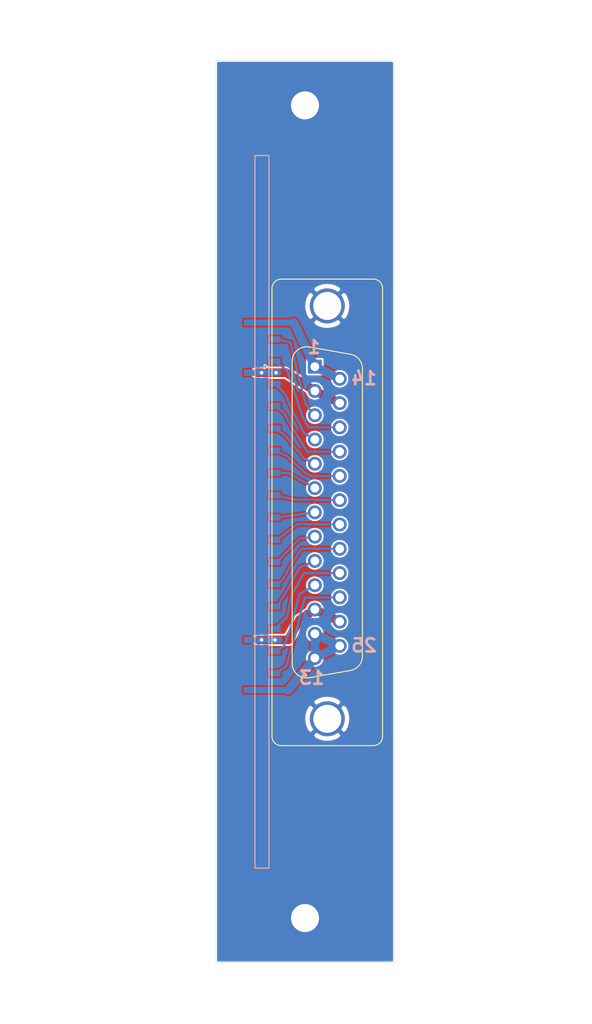
<source format=kicad_pcb>
(kicad_pcb (version 20171130) (host pcbnew 5.1.5+dfsg1-2build2)

  (general
    (thickness 1.6)
    (drawings 29)
    (tracks 79)
    (zones 0)
    (modules 4)
    (nets 22)
  )

  (page A4)
  (layers
    (0 F.Cu signal)
    (31 B.Cu signal)
    (32 B.Adhes user)
    (33 F.Adhes user)
    (34 B.Paste user)
    (35 F.Paste user)
    (36 B.SilkS user)
    (37 F.SilkS user)
    (38 B.Mask user)
    (39 F.Mask user)
    (40 Dwgs.User user)
    (41 Cmts.User user)
    (42 Eco1.User user)
    (43 Eco2.User user)
    (44 Edge.Cuts user)
    (45 Margin user)
    (46 B.CrtYd user)
    (47 F.CrtYd user)
    (48 B.Fab user)
    (49 F.Fab user)
  )

  (setup
    (last_trace_width 0.25)
    (user_trace_width 0.3)
    (user_trace_width 0.5)
    (user_trace_width 0.7)
    (user_trace_width 1)
    (trace_clearance 0.2)
    (zone_clearance 0.1)
    (zone_45_only no)
    (trace_min 0.2)
    (via_size 0.8)
    (via_drill 0.4)
    (via_min_size 0.4)
    (via_min_drill 0.3)
    (user_via 0.6 0.3)
    (uvia_size 0.3)
    (uvia_drill 0.1)
    (uvias_allowed no)
    (uvia_min_size 0.2)
    (uvia_min_drill 0.1)
    (edge_width 0.05)
    (segment_width 0.2)
    (pcb_text_width 0.3)
    (pcb_text_size 1.5 1.5)
    (mod_edge_width 0.12)
    (mod_text_size 1 1)
    (mod_text_width 0.15)
    (pad_size 1 1)
    (pad_drill 1)
    (pad_to_mask_clearance 0.051)
    (solder_mask_min_width 0.25)
    (aux_axis_origin 0 0)
    (grid_origin 78.74 43.2)
    (visible_elements FFFFFF7F)
    (pcbplotparams
      (layerselection 0x010fc_ffffffff)
      (usegerberextensions true)
      (usegerberattributes false)
      (usegerberadvancedattributes false)
      (creategerberjobfile false)
      (excludeedgelayer true)
      (linewidth 0.100000)
      (plotframeref false)
      (viasonmask false)
      (mode 1)
      (useauxorigin false)
      (hpglpennumber 1)
      (hpglpenspeed 20)
      (hpglpendiameter 15.000000)
      (psnegative false)
      (psa4output false)
      (plotreference true)
      (plotvalue true)
      (plotinvisibletext false)
      (padsonsilk false)
      (subtractmaskfromsilk true)
      (outputformat 1)
      (mirror false)
      (drillshape 0)
      (scaleselection 1)
      (outputdirectory "gerber/"))
  )

  (net 0 "")
  (net 1 GND)
  (net 2 GND0_7)
  (net 3 V0_7)
  (net 4 L0)
  (net 5 L1)
  (net 6 GND8_15)
  (net 7 V8_15)
  (net 8 L2)
  (net 9 L3)
  (net 10 L4)
  (net 11 L5)
  (net 12 L6)
  (net 13 L7)
  (net 14 L8)
  (net 15 L9)
  (net 16 L10)
  (net 17 L11)
  (net 18 L12)
  (net 19 L13)
  (net 20 L14)
  (net 21 L15)

  (net_class Default "This is the default net class."
    (clearance 0.2)
    (trace_width 0.25)
    (via_dia 0.8)
    (via_drill 0.4)
    (uvia_dia 0.3)
    (uvia_drill 0.1)
    (add_net GND)
    (add_net GND0_7)
    (add_net GND8_15)
    (add_net L0)
    (add_net L1)
    (add_net L10)
    (add_net L11)
    (add_net L12)
    (add_net L13)
    (add_net L14)
    (add_net L15)
    (add_net L2)
    (add_net L3)
    (add_net L4)
    (add_net L5)
    (add_net L6)
    (add_net L7)
    (add_net L8)
    (add_net L9)
    (add_net V0_7)
    (add_net V8_15)
  )

  (module plc88:fm16_i (layer F.Cu) (tedit 63A7E79E) (tstamp 63958D05)
    (at 80.645 55.265)
    (path /639592E6)
    (fp_text reference J1 (at 1.27 -5.715) (layer F.SilkS) hide
      (effects (font (size 1 1) (thickness 0.15)))
    )
    (fp_text value fm16_i (at 0.635 -7.62) (layer F.Fab) hide
      (effects (font (size 1 1) (thickness 0.15)))
    )
    (fp_line (start -0.305 -12.085) (end -0.305 69.215) (layer B.SilkS) (width 0.12))
    (fp_line (start -1.905 -12.085) (end -0.305 -12.085) (layer B.SilkS) (width 0.12))
    (fp_line (start -1.905 69.215) (end -0.305 69.215) (layer B.SilkS) (width 0.12))
    (fp_line (start -1.905 -12.065) (end -1.905 69.215) (layer B.SilkS) (width 0.12))
    (pad 25 smd rect (at 0.381 57.785) (size 1.27 7.62) (layers B.Cu B.Paste B.Mask)
      (net 1 GND) (zone_connect 2))
    (pad 24 smd rect (at 0.381 -0.635) (size 1.27 7.62) (layers B.Cu B.Paste B.Mask)
      (net 1 GND) (zone_connect 2))
    (pad 23 smd rect (at -2.54 57.785) (size 1.27 7.62) (layers B.Cu B.Paste B.Mask)
      (net 1 GND) (zone_connect 2))
    (pad 22 smd rect (at -2.54 28.575) (size 1.27 7.62) (layers B.Cu B.Paste B.Mask)
      (net 1 GND) (zone_connect 2))
    (pad 21 smd rect (at -2.54 -0.635) (size 1.27 7.62) (layers B.Cu B.Paste B.Mask)
      (net 1 GND) (zone_connect 2))
    (pad 20 smd rect (at -2.54 48.895) (size 1.27 0.7) (layers B.Cu B.Paste B.Mask)
      (net 6 GND8_15))
    (pad 19 smd rect (at -2.54 43.18) (size 1.27 0.7) (layers B.Cu B.Paste B.Mask)
      (net 7 V8_15))
    (pad 18 smd rect (at -2.54 12.7) (size 1.27 0.7) (layers B.Cu B.Paste B.Mask)
      (net 3 V0_7))
    (pad 17 smd rect (at -2.54 6.985) (size 1.27 0.7) (layers B.Cu B.Paste B.Mask)
      (net 2 GND0_7))
    (pad 16 smd rect (at 0.381 46.99) (size 1.27 0.7) (layers B.Cu B.Paste B.Mask)
      (net 21 L15))
    (pad 15 smd rect (at 0.381 44.45) (size 1.27 0.7) (layers B.Cu B.Paste B.Mask)
      (net 20 L14))
    (pad 14 smd rect (at 0.381 41.91) (size 1.27 0.7) (layers B.Cu B.Paste B.Mask)
      (net 19 L13))
    (pad 13 smd rect (at 0.381 39.37) (size 1.27 0.7) (layers B.Cu B.Paste B.Mask)
      (net 18 L12))
    (pad 12 smd rect (at 0.381 36.83) (size 1.27 0.7) (layers B.Cu B.Paste B.Mask)
      (net 17 L11))
    (pad 11 smd rect (at 0.381 34.29) (size 1.27 0.7) (layers B.Cu B.Paste B.Mask)
      (net 16 L10))
    (pad 10 smd rect (at 0.381 31.75) (size 1.27 0.7) (layers B.Cu B.Paste B.Mask)
      (net 15 L9))
    (pad 9 smd rect (at 0.381 29.21) (size 1.27 0.7) (layers B.Cu B.Paste B.Mask)
      (net 14 L8))
    (pad 8 smd rect (at 0.381 26.67) (size 1.27 0.7) (layers B.Cu B.Paste B.Mask)
      (net 13 L7))
    (pad 7 smd rect (at 0.381 24.13) (size 1.27 0.7) (layers B.Cu B.Paste B.Mask)
      (net 12 L6))
    (pad 6 smd rect (at 0.381 21.59) (size 1.27 0.7) (layers B.Cu B.Paste B.Mask)
      (net 11 L5))
    (pad 5 smd rect (at 0.381 19.05) (size 1.27 0.7) (layers B.Cu B.Paste B.Mask)
      (net 10 L4))
    (pad 4 smd rect (at 0.381 16.51) (size 1.27 0.7) (layers B.Cu B.Paste B.Mask)
      (net 9 L3))
    (pad 3 smd rect (at 0.381 13.97) (size 1.27 0.7) (layers B.Cu B.Paste B.Mask)
      (net 8 L2))
    (pad 2 smd rect (at 0.381 11.43) (size 1.27 0.7) (layers B.Cu B.Paste B.Mask)
      (net 5 L1))
    (pad 1 smd rect (at 0.381 8.89) (size 1.27 0.7) (layers B.Cu B.Paste B.Mask)
      (net 4 L0))
  )

  (module Connector_Dsub:DSUB-25_Female_Vertical_P2.77x2.84mm_MountingHoles (layer F.Cu) (tedit 59FEDEE2) (tstamp 6352D4D6)
    (at 85.575 67.275 90)
    (descr "25-pin D-Sub connector, straight/vertical, THT-mount, female, pitch 2.77x2.84mm, distance of mounting holes 47.1mm, see https://disti-assets.s3.amazonaws.com/tonar/files/datasheets/16730.pdf")
    (tags "25-pin D-Sub connector straight vertical THT female pitch 2.77x2.84mm mounting holes distance 47.1mm")
    (path /6352E36E)
    (fp_text reference J8 (at -16.62 -5.89 90) (layer F.SilkS) hide
      (effects (font (size 1 1) (thickness 0.15)))
    )
    (fp_text value DB25_Female_MountingHoles (at -16.62 8.73 90) (layer F.Fab) hide
      (effects (font (size 1 1) (thickness 0.15)))
    )
    (fp_text user %R (at -16.62 1.42 90) (layer F.Fab) hide
      (effects (font (size 1 1) (thickness 0.15)))
    )
    (fp_line (start 10.45 -5.35) (end -43.7 -5.35) (layer F.CrtYd) (width 0.05))
    (fp_line (start 10.45 8.2) (end 10.45 -5.35) (layer F.CrtYd) (width 0.05))
    (fp_line (start -43.7 8.2) (end 10.45 8.2) (layer F.CrtYd) (width 0.05))
    (fp_line (start -43.7 -5.35) (end -43.7 8.2) (layer F.CrtYd) (width 0.05))
    (fp_line (start -35.48647 -0.641744) (end -34.657733 4.058256) (layer F.SilkS) (width 0.12))
    (fp_line (start 2.24647 -0.641744) (end 1.417733 4.058256) (layer F.SilkS) (width 0.12))
    (fp_line (start -33.022952 5.43) (end -0.217048 5.43) (layer F.SilkS) (width 0.12))
    (fp_line (start -33.851689 -2.59) (end 0.611689 -2.59) (layer F.SilkS) (width 0.12))
    (fp_line (start -35.438887 -0.652163) (end -34.61015 4.047837) (layer F.Fab) (width 0.1))
    (fp_line (start 2.198887 -0.652163) (end 1.37015 4.047837) (layer F.Fab) (width 0.1))
    (fp_line (start -33.034457 5.37) (end -0.205543 5.37) (layer F.Fab) (width 0.1))
    (fp_line (start -33.863194 -2.53) (end 0.623194 -2.53) (layer F.Fab) (width 0.1))
    (fp_line (start 0 -5.351325) (end -0.25 -5.784338) (layer F.SilkS) (width 0.12))
    (fp_line (start 0.25 -5.784338) (end 0 -5.351325) (layer F.SilkS) (width 0.12))
    (fp_line (start -0.25 -5.784338) (end 0.25 -5.784338) (layer F.SilkS) (width 0.12))
    (fp_line (start -43.23 6.67) (end -43.23 -3.83) (layer F.SilkS) (width 0.12))
    (fp_line (start 8.93 7.73) (end -42.17 7.73) (layer F.SilkS) (width 0.12))
    (fp_line (start 9.99 -3.83) (end 9.99 6.67) (layer F.SilkS) (width 0.12))
    (fp_line (start -42.17 -4.89) (end 8.93 -4.89) (layer F.SilkS) (width 0.12))
    (fp_line (start -43.17 6.67) (end -43.17 -3.83) (layer F.Fab) (width 0.1))
    (fp_line (start 8.93 7.67) (end -42.17 7.67) (layer F.Fab) (width 0.1))
    (fp_line (start 9.93 -3.83) (end 9.93 6.67) (layer F.Fab) (width 0.1))
    (fp_line (start -42.17 -4.83) (end 8.93 -4.83) (layer F.Fab) (width 0.1))
    (fp_arc (start -0.217048 3.77) (end -0.217048 5.43) (angle -80) (layer F.SilkS) (width 0.12))
    (fp_arc (start -33.022952 3.77) (end -33.022952 5.43) (angle 80) (layer F.SilkS) (width 0.12))
    (fp_arc (start 0.611689 -0.93) (end 0.611689 -2.59) (angle 100) (layer F.SilkS) (width 0.12))
    (fp_arc (start -33.851689 -0.93) (end -33.851689 -2.59) (angle -100) (layer F.SilkS) (width 0.12))
    (fp_arc (start -0.205543 3.77) (end -0.205543 5.37) (angle -80) (layer F.Fab) (width 0.1))
    (fp_arc (start -33.034457 3.77) (end -33.034457 5.37) (angle 80) (layer F.Fab) (width 0.1))
    (fp_arc (start 0.623194 -0.93) (end 0.623194 -2.53) (angle 100) (layer F.Fab) (width 0.1))
    (fp_arc (start -33.863194 -0.93) (end -33.863194 -2.53) (angle -100) (layer F.Fab) (width 0.1))
    (fp_arc (start 8.93 6.67) (end 9.99 6.67) (angle 90) (layer F.SilkS) (width 0.12))
    (fp_arc (start -42.17 6.67) (end -43.23 6.67) (angle -90) (layer F.SilkS) (width 0.12))
    (fp_arc (start 8.93 -3.83) (end 8.93 -4.89) (angle 90) (layer F.SilkS) (width 0.12))
    (fp_arc (start -42.17 -3.83) (end -43.23 -3.83) (angle 90) (layer F.SilkS) (width 0.12))
    (fp_arc (start 8.93 6.67) (end 9.93 6.67) (angle 90) (layer F.Fab) (width 0.1))
    (fp_arc (start -42.17 6.67) (end -43.17 6.67) (angle -90) (layer F.Fab) (width 0.1))
    (fp_arc (start 8.93 -3.83) (end 8.93 -4.83) (angle 90) (layer F.Fab) (width 0.1))
    (fp_arc (start -42.17 -3.83) (end -43.17 -3.83) (angle 90) (layer F.Fab) (width 0.1))
    (pad 0 thru_hole circle (at 6.93 1.42 90) (size 4 4) (drill 3.2) (layers *.Cu *.Mask)
      (net 1 GND))
    (pad 0 thru_hole circle (at -40.17 1.42 90) (size 4 4) (drill 3.2) (layers *.Cu *.Mask)
      (net 1 GND))
    (pad 25 thru_hole circle (at -31.855 2.84 90) (size 1.6 1.6) (drill 1) (layers *.Cu *.Mask)
      (net 6 GND8_15))
    (pad 24 thru_hole circle (at -29.085 2.84 90) (size 1.6 1.6) (drill 1) (layers *.Cu *.Mask)
      (net 7 V8_15))
    (pad 23 thru_hole circle (at -26.315 2.84 90) (size 1.6 1.6) (drill 1) (layers *.Cu *.Mask)
      (net 21 L15))
    (pad 22 thru_hole circle (at -23.545 2.84 90) (size 1.6 1.6) (drill 1) (layers *.Cu *.Mask)
      (net 19 L13))
    (pad 21 thru_hole circle (at -20.775 2.84 90) (size 1.6 1.6) (drill 1) (layers *.Cu *.Mask)
      (net 17 L11))
    (pad 20 thru_hole circle (at -18.005 2.84 90) (size 1.6 1.6) (drill 1) (layers *.Cu *.Mask)
      (net 15 L9))
    (pad 19 thru_hole circle (at -15.235 2.84 90) (size 1.6 1.6) (drill 1) (layers *.Cu *.Mask)
      (net 13 L7))
    (pad 18 thru_hole circle (at -12.465 2.84 90) (size 1.6 1.6) (drill 1) (layers *.Cu *.Mask)
      (net 11 L5))
    (pad 17 thru_hole circle (at -9.695 2.84 90) (size 1.6 1.6) (drill 1) (layers *.Cu *.Mask)
      (net 9 L3))
    (pad 16 thru_hole circle (at -6.925 2.84 90) (size 1.6 1.6) (drill 1) (layers *.Cu *.Mask)
      (net 5 L1))
    (pad 15 thru_hole circle (at -4.155 2.84 90) (size 1.6 1.6) (drill 1) (layers *.Cu *.Mask)
      (net 3 V0_7))
    (pad 14 thru_hole circle (at -1.385 2.84 90) (size 1.6 1.6) (drill 1) (layers *.Cu *.Mask)
      (net 2 GND0_7))
    (pad 13 thru_hole circle (at -33.24 0 90) (size 1.6 1.6) (drill 1) (layers *.Cu *.Mask)
      (net 6 GND8_15))
    (pad 12 thru_hole circle (at -30.47 0 90) (size 1.6 1.6) (drill 1) (layers *.Cu *.Mask)
      (net 6 GND8_15))
    (pad 11 thru_hole circle (at -27.7 0 90) (size 1.6 1.6) (drill 1) (layers *.Cu *.Mask)
      (net 7 V8_15))
    (pad 10 thru_hole circle (at -24.93 0 90) (size 1.6 1.6) (drill 1) (layers *.Cu *.Mask)
      (net 20 L14))
    (pad 9 thru_hole circle (at -22.16 0 90) (size 1.6 1.6) (drill 1) (layers *.Cu *.Mask)
      (net 18 L12))
    (pad 8 thru_hole circle (at -19.39 0 90) (size 1.6 1.6) (drill 1) (layers *.Cu *.Mask)
      (net 16 L10))
    (pad 7 thru_hole circle (at -16.62 0 90) (size 1.6 1.6) (drill 1) (layers *.Cu *.Mask)
      (net 14 L8))
    (pad 6 thru_hole circle (at -13.85 0 90) (size 1.6 1.6) (drill 1) (layers *.Cu *.Mask)
      (net 12 L6))
    (pad 5 thru_hole circle (at -11.08 0 90) (size 1.6 1.6) (drill 1) (layers *.Cu *.Mask)
      (net 10 L4))
    (pad 4 thru_hole circle (at -8.31 0 90) (size 1.6 1.6) (drill 1) (layers *.Cu *.Mask)
      (net 8 L2))
    (pad 3 thru_hole circle (at -5.54 0 90) (size 1.6 1.6) (drill 1) (layers *.Cu *.Mask)
      (net 4 L0))
    (pad 2 thru_hole circle (at -2.77 0 90) (size 1.6 1.6) (drill 1) (layers *.Cu *.Mask)
      (net 3 V0_7))
    (pad 1 thru_hole rect (at 0 0 90) (size 1.6 1.6) (drill 1) (layers *.Cu *.Mask)
      (net 2 GND0_7))
    (model ${KISYS3DMOD}/Connector_Dsub.3dshapes/DSUB-25_Female_Vertical_P2.77x2.84mm_MountingHoles.wrl
      (at (xyz 0 0 0))
      (scale (xyz 1 1 1))
      (rotate (xyz 0 0 0))
    )
  )

  (module MountingHole:MountingHole_3.2mm_M3_Pad (layer F.Cu) (tedit 61F97160) (tstamp 61F9706A)
    (at 84.455 37.465)
    (descr "Mounting Hole 3.2mm, M3")
    (tags "mounting hole 3.2mm m3")
    (path /61F96FAB)
    (attr virtual)
    (fp_text reference H1 (at 0 -4.2) (layer F.SilkS) hide
      (effects (font (size 1 1) (thickness 0.15)))
    )
    (fp_text value MountingHole_Pad (at 0 4.2) (layer F.Fab) hide
      (effects (font (size 1 1) (thickness 0.15)))
    )
    (fp_text user %R (at 0.3 0) (layer F.Fab) hide
      (effects (font (size 1 1) (thickness 0.15)))
    )
    (fp_circle (center 0 0) (end 3.2 0) (layer Cmts.User) (width 0.15))
    (fp_circle (center 0 0) (end 3.45 0) (layer F.CrtYd) (width 0.05))
    (pad 1 thru_hole circle (at 0 0) (size 6.4 6.4) (drill 3.2) (layers *.Cu *.Mask)
      (net 1 GND) (zone_connect 2))
  )

  (module MountingHole:MountingHole_3.2mm_M3_Pad (layer F.Cu) (tedit 61F97169) (tstamp 61F96D2B)
    (at 84.455 130.175)
    (descr "Mounting Hole 3.2mm, M3")
    (tags "mounting hole 3.2mm m3")
    (path /61F97419)
    (attr virtual)
    (fp_text reference H2 (at 0 -4.2) (layer F.SilkS) hide
      (effects (font (size 1 1) (thickness 0.15)))
    )
    (fp_text value MountingHole_Pad (at 0 4.2) (layer F.Fab) hide
      (effects (font (size 1 1) (thickness 0.15)))
    )
    (fp_circle (center 0 0) (end 3.45 0) (layer F.CrtYd) (width 0.05))
    (fp_circle (center 0 0) (end 3.2 0) (layer Cmts.User) (width 0.15))
    (fp_text user %R (at 0.3 0) (layer F.Fab) hide
      (effects (font (size 1 1) (thickness 0.15)))
    )
    (pad 1 thru_hole circle (at 0 0) (size 6.4 6.4) (drill 3.2) (layers *.Cu *.Mask)
      (net 1 GND) (zone_connect 2))
  )

  (dimension 4.445 (width 0.15) (layer F.Fab)
    (gr_text "4,445 mm" (at 76.5175 47.04) (layer F.Fab)
      (effects (font (size 1 1) (thickness 0.15)))
    )
    (feature1 (pts (xy 78.74 45.105) (xy 78.74 46.326421)))
    (feature2 (pts (xy 74.295 45.105) (xy 74.295 46.326421)))
    (crossbar (pts (xy 74.295 45.74) (xy 78.74 45.74)))
    (arrow1a (pts (xy 78.74 45.74) (xy 77.613496 46.326421)))
    (arrow1b (pts (xy 78.74 45.74) (xy 77.613496 45.153579)))
    (arrow2a (pts (xy 74.295 45.74) (xy 75.421504 46.326421)))
    (arrow2b (pts (xy 74.295 45.74) (xy 75.421504 45.153579)))
  )
  (gr_text 25 (at 91.186 99.08) (layer B.SilkS)
    (effects (font (size 1.5 1.5) (thickness 0.3)) (justify mirror))
  )
  (gr_text 13 (at 85.217 102.763) (layer B.SilkS)
    (effects (font (size 1.5 1.5) (thickness 0.3)) (justify mirror))
  )
  (gr_text 14 (at 91.186 68.6) (layer B.SilkS)
    (effects (font (size 1.5 1.5) (thickness 0.3)) (justify mirror))
  )
  (gr_text 1 (at 85.471 65.044) (layer B.SilkS)
    (effects (font (size 1.5 1.5) (thickness 0.3)) (justify mirror))
  )
  (gr_line (start 73.025 83.84) (end 98.425 83.84) (layer F.Fab) (width 0.15))
  (gr_line (start 84.455 28.595) (end 84.455 140.99) (layer F.Fab) (width 0.15))
  (dimension 20.955 (width 0.15) (layer F.Fab)
    (gr_text "20,955 mm" (at 66.645 53.6775 270) (layer F.Fab)
      (effects (font (size 1 1) (thickness 0.15)))
    )
    (feature1 (pts (xy 76.2 64.155) (xy 67.358579 64.155)))
    (feature2 (pts (xy 76.2 43.2) (xy 67.358579 43.2)))
    (crossbar (pts (xy 67.945 43.2) (xy 67.945 64.155)))
    (arrow1a (pts (xy 67.945 64.155) (xy 67.358579 63.028496)))
    (arrow1b (pts (xy 67.945 64.155) (xy 68.531421 63.028496)))
    (arrow2a (pts (xy 67.945 43.2) (xy 67.358579 44.326504)))
    (arrow2b (pts (xy 67.945 43.2) (xy 68.531421 44.326504)))
  )
  (dimension 5.08 (width 0.15) (layer F.Fab)
    (gr_text "5,080 mm" (at 91.47 132.715 270) (layer F.Fab)
      (effects (font (size 1 1) (thickness 0.15)))
    )
    (feature1 (pts (xy 88.9 135.255) (xy 90.756421 135.255)))
    (feature2 (pts (xy 88.9 130.175) (xy 90.756421 130.175)))
    (crossbar (pts (xy 90.17 130.175) (xy 90.17 135.255)))
    (arrow1a (pts (xy 90.17 135.255) (xy 89.583579 134.128496)))
    (arrow1b (pts (xy 90.17 135.255) (xy 90.756421 134.128496)))
    (arrow2a (pts (xy 90.17 130.175) (xy 89.583579 131.301504)))
    (arrow2b (pts (xy 90.17 130.175) (xy 90.756421 131.301504)))
  )
  (dimension 5.08 (width 0.15) (layer F.Fab)
    (gr_text "5,080 mm" (at 91.47 34.925 90) (layer F.Fab)
      (effects (font (size 1 1) (thickness 0.15)))
    )
    (feature1 (pts (xy 88.9 32.385) (xy 90.756421 32.385)))
    (feature2 (pts (xy 88.9 37.465) (xy 90.756421 37.465)))
    (crossbar (pts (xy 90.17 37.465) (xy 90.17 32.385)))
    (arrow1a (pts (xy 90.17 32.385) (xy 90.756421 33.511504)))
    (arrow1b (pts (xy 90.17 32.385) (xy 89.583579 33.511504)))
    (arrow2a (pts (xy 90.17 37.465) (xy 90.756421 36.338496)))
    (arrow2b (pts (xy 90.17 37.465) (xy 89.583579 36.338496)))
  )
  (dimension 5.715 (width 0.15) (layer F.Fab) (tstamp 63528E00)
    (gr_text "5,715 mm" (at 79.405 127.3175 90) (layer F.Fab) (tstamp 63528E00)
      (effects (font (size 1 1) (thickness 0.15)))
    )
    (feature1 (pts (xy 78.105 124.46) (xy 78.691421 124.46)))
    (feature2 (pts (xy 78.105 130.175) (xy 78.691421 130.175)))
    (crossbar (pts (xy 78.105 130.175) (xy 78.105 124.46)))
    (arrow1a (pts (xy 78.105 124.46) (xy 78.691421 125.586504)))
    (arrow1b (pts (xy 78.105 124.46) (xy 77.518579 125.586504)))
    (arrow2a (pts (xy 78.105 130.175) (xy 78.691421 129.048496)))
    (arrow2b (pts (xy 78.105 130.175) (xy 77.518579 129.048496)))
  )
  (dimension 5.715 (width 0.15) (layer F.Fab)
    (gr_text "5,715 mm" (at 79.405 40.3225 90) (layer F.Fab)
      (effects (font (size 1 1) (thickness 0.15)))
    )
    (feature1 (pts (xy 78.105 37.465) (xy 78.691421 37.465)))
    (feature2 (pts (xy 78.105 43.18) (xy 78.691421 43.18)))
    (crossbar (pts (xy 78.105 43.18) (xy 78.105 37.465)))
    (arrow1a (pts (xy 78.105 37.465) (xy 78.691421 38.591504)))
    (arrow1b (pts (xy 78.105 37.465) (xy 77.518579 38.591504)))
    (arrow2a (pts (xy 78.105 43.18) (xy 78.691421 42.053496)))
    (arrow2b (pts (xy 78.105 43.18) (xy 77.518579 42.053496)))
  )
  (dimension 10.16 (width 0.15) (layer F.Fab)
    (gr_text "10,160 mm" (at 79.375 138.46) (layer F.Fab)
      (effects (font (size 1 1) (thickness 0.15)))
    )
    (feature1 (pts (xy 84.455 135.89) (xy 84.455 137.746421)))
    (feature2 (pts (xy 74.295 135.89) (xy 74.295 137.746421)))
    (crossbar (pts (xy 74.295 137.16) (xy 84.455 137.16)))
    (arrow1a (pts (xy 84.455 137.16) (xy 83.328496 137.746421)))
    (arrow1b (pts (xy 84.455 137.16) (xy 83.328496 136.573579)))
    (arrow2a (pts (xy 74.295 137.16) (xy 75.421504 137.746421)))
    (arrow2b (pts (xy 74.295 137.16) (xy 75.421504 136.573579)))
  )
  (dimension 10.16 (width 0.15) (layer F.Fab)
    (gr_text "10,160 mm" (at 79.375 29.18) (layer F.Fab)
      (effects (font (size 1 1) (thickness 0.15)))
    )
    (feature1 (pts (xy 74.295 32.385) (xy 74.295 29.893579)))
    (feature2 (pts (xy 84.455 32.385) (xy 84.455 29.893579)))
    (crossbar (pts (xy 84.455 30.48) (xy 74.295 30.48)))
    (arrow1a (pts (xy 74.295 30.48) (xy 75.421504 29.893579)))
    (arrow1b (pts (xy 74.295 30.48) (xy 75.421504 31.066421)))
    (arrow2a (pts (xy 84.455 30.48) (xy 83.328496 29.893579)))
    (arrow2b (pts (xy 84.455 30.48) (xy 83.328496 31.066421)))
  )
  (dimension 50.165 (width 0.15) (layer F.Fab)
    (gr_text "50,165 mm" (at 53.31 68.2625 270) (layer F.Fab)
      (effects (font (size 1 1) (thickness 0.15)))
    )
    (feature1 (pts (xy 75.565 93.345) (xy 54.023579 93.345)))
    (feature2 (pts (xy 75.565 43.18) (xy 54.023579 43.18)))
    (crossbar (pts (xy 54.61 43.18) (xy 54.61 93.345)))
    (arrow1a (pts (xy 54.61 93.345) (xy 54.023579 92.218496)))
    (arrow1b (pts (xy 54.61 93.345) (xy 55.196421 92.218496)))
    (arrow2a (pts (xy 54.61 43.18) (xy 54.023579 44.306504)))
    (arrow2b (pts (xy 54.61 43.18) (xy 55.196421 44.306504)))
  )
  (dimension 37.465 (width 0.15) (layer F.Fab)
    (gr_text "37,465 mm" (at 56.485 61.9125 270) (layer F.Fab)
      (effects (font (size 1 1) (thickness 0.15)))
    )
    (feature1 (pts (xy 75.565 80.645) (xy 57.198579 80.645)))
    (feature2 (pts (xy 75.565 43.18) (xy 57.198579 43.18)))
    (crossbar (pts (xy 57.785 43.18) (xy 57.785 80.645)))
    (arrow1a (pts (xy 57.785 80.645) (xy 57.198579 79.518496)))
    (arrow1b (pts (xy 57.785 80.645) (xy 58.371421 79.518496)))
    (arrow2a (pts (xy 57.785 43.18) (xy 57.198579 44.306504)))
    (arrow2b (pts (xy 57.785 43.18) (xy 58.371421 44.306504)))
  )
  (dimension 40.64 (width 0.15) (layer F.Fab)
    (gr_text "40,640 mm" (at 66.01 104.14 90) (layer F.Fab)
      (effects (font (size 1 1) (thickness 0.15)))
    )
    (feature1 (pts (xy 74.93 83.82) (xy 66.723579 83.82)))
    (feature2 (pts (xy 74.93 124.46) (xy 66.723579 124.46)))
    (crossbar (pts (xy 67.31 124.46) (xy 67.31 83.82)))
    (arrow1a (pts (xy 67.31 83.82) (xy 67.896421 84.946504)))
    (arrow1b (pts (xy 67.31 83.82) (xy 66.723579 84.946504)))
    (arrow2a (pts (xy 67.31 124.46) (xy 67.896421 123.333496)))
    (arrow2b (pts (xy 67.31 124.46) (xy 66.723579 123.333496)))
  )
  (dimension 7.62 (width 0.15) (layer F.Fab)
    (gr_text "7,620 mm" (at 71.725 120.67 90) (layer F.Fab)
      (effects (font (size 1 1) (thickness 0.15)))
    )
    (feature1 (pts (xy 74.93 116.86) (xy 72.438579 116.86)))
    (feature2 (pts (xy 74.93 124.48) (xy 72.438579 124.48)))
    (crossbar (pts (xy 73.025 124.48) (xy 73.025 116.86)))
    (arrow1a (pts (xy 73.025 116.86) (xy 73.611421 117.986504)))
    (arrow1b (pts (xy 73.025 116.86) (xy 72.438579 117.986504)))
    (arrow2a (pts (xy 73.025 124.48) (xy 73.611421 123.353496)))
    (arrow2b (pts (xy 73.025 124.48) (xy 72.438579 123.353496)))
  )
  (dimension 7.62 (width 0.15) (layer F.Fab)
    (gr_text "7,620 mm" (at 69.82 46.99 270) (layer F.Fab)
      (effects (font (size 1 1) (thickness 0.15)))
    )
    (feature1 (pts (xy 74.93 50.8) (xy 70.533579 50.8)))
    (feature2 (pts (xy 74.93 43.18) (xy 70.533579 43.18)))
    (crossbar (pts (xy 71.12 43.18) (xy 71.12 50.8)))
    (arrow1a (pts (xy 71.12 50.8) (xy 70.533579 49.673496)))
    (arrow1b (pts (xy 71.12 50.8) (xy 71.706421 49.673496)))
    (arrow2a (pts (xy 71.12 43.18) (xy 70.533579 44.306504)))
    (arrow2b (pts (xy 71.12 43.18) (xy 71.706421 44.306504)))
  )
  (dimension 20.32 (width 0.05) (layer F.Fab)
    (gr_text "20,320 mm" (at 84.455 26.035) (layer F.Fab)
      (effects (font (size 1 1) (thickness 0.1)))
    )
    (feature1 (pts (xy 94.615 29.845) (xy 94.615 26.718579)))
    (feature2 (pts (xy 74.295 29.845) (xy 74.295 26.718579)))
    (crossbar (pts (xy 74.295 27.305) (xy 94.615 27.305)))
    (arrow1a (pts (xy 94.615 27.305) (xy 93.488496 27.891421)))
    (arrow1b (pts (xy 94.615 27.305) (xy 93.488496 26.718579)))
    (arrow2a (pts (xy 74.295 27.305) (xy 75.421504 27.891421)))
    (arrow2b (pts (xy 74.295 27.305) (xy 75.421504 26.718579)))
  )
  (dimension 1.6 (width 0.15) (layer F.Fab)
    (gr_text "1,600 mm" (at 69.38 128.3) (layer F.Fab)
      (effects (font (size 1 1) (thickness 0.15)))
    )
    (feature1 (pts (xy 70.18 125.3) (xy 70.18 127.586421)))
    (feature2 (pts (xy 68.58 125.3) (xy 68.58 127.586421)))
    (crossbar (pts (xy 68.58 127) (xy 70.18 127)))
    (arrow1a (pts (xy 70.18 127) (xy 69.053496 127.586421)))
    (arrow1b (pts (xy 70.18 127) (xy 69.053496 126.413579)))
    (arrow2a (pts (xy 68.58 127) (xy 69.706504 127.586421)))
    (arrow2b (pts (xy 68.58 127) (xy 69.706504 126.413579)))
  )
  (dimension 1.6 (width 0.1) (layer F.Fab)
    (gr_text "1,600 mm" (at 69.38 36.94) (layer F.Fab)
      (effects (font (size 1 1) (thickness 0.1)))
    )
    (feature1 (pts (xy 70.18 40.64) (xy 70.18 37.653579)))
    (feature2 (pts (xy 68.58 40.64) (xy 68.58 37.653579)))
    (crossbar (pts (xy 68.58 38.24) (xy 70.18 38.24)))
    (arrow1a (pts (xy 70.18 38.24) (xy 69.053496 38.826421)))
    (arrow1b (pts (xy 70.18 38.24) (xy 69.053496 37.653579)))
    (arrow2a (pts (xy 68.58 38.24) (xy 69.706504 38.826421)))
    (arrow2b (pts (xy 68.58 38.24) (xy 69.706504 37.653579)))
  )
  (dimension 81.28 (width 0.15) (layer F.Fab)
    (gr_text "81,280 mm" (at 63.47 83.84 270) (layer F.Fab)
      (effects (font (size 1 1) (thickness 0.15)))
    )
    (feature1 (pts (xy 68.58 124.48) (xy 64.183579 124.48)))
    (feature2 (pts (xy 68.58 43.2) (xy 64.183579 43.2)))
    (crossbar (pts (xy 64.77 43.2) (xy 64.77 124.48)))
    (arrow1a (pts (xy 64.77 124.48) (xy 64.183579 123.353496)))
    (arrow1b (pts (xy 64.77 124.48) (xy 65.356421 123.353496)))
    (arrow2a (pts (xy 64.77 43.2) (xy 64.183579 44.326504)))
    (arrow2b (pts (xy 64.77 43.2) (xy 65.356421 44.326504)))
  )
  (gr_line (start 74.295 32.385) (end 94.615 32.385) (layer Edge.Cuts) (width 0.05) (tstamp 61F95B25))
  (gr_line (start 74.295 135.255) (end 74.295 32.385) (layer Edge.Cuts) (width 0.05))
  (gr_line (start 94.615 135.255) (end 74.295 135.255) (layer Edge.Cuts) (width 0.05))
  (gr_line (start 94.615 32.385) (end 94.615 135.255) (layer Edge.Cuts) (width 0.05))
  (dimension 86.36 (width 0.15) (layer F.Fab)
    (gr_text "86,360 mm" (at 109.25 83.82 90) (layer F.Fab)
      (effects (font (size 1 1) (thickness 0.15)))
    )
    (feature1 (pts (xy 101.6 40.64) (xy 108.536421 40.64)))
    (feature2 (pts (xy 101.6 127) (xy 108.536421 127)))
    (crossbar (pts (xy 107.95 127) (xy 107.95 40.64)))
    (arrow1a (pts (xy 107.95 40.64) (xy 108.536421 41.766504)))
    (arrow1b (pts (xy 107.95 40.64) (xy 107.363579 41.766504)))
    (arrow2a (pts (xy 107.95 127) (xy 108.536421 125.873496)))
    (arrow2b (pts (xy 107.95 127) (xy 107.363579 125.873496)))
  )
  (dimension 20.32 (width 0.15) (layer F.Fab)
    (gr_text "20,320 mm" (at 84.455 142.905) (layer F.Fab)
      (effects (font (size 1 1) (thickness 0.15)))
    )
    (feature1 (pts (xy 94.615 137.795) (xy 94.615 142.191421)))
    (feature2 (pts (xy 74.295 137.795) (xy 74.295 142.191421)))
    (crossbar (pts (xy 74.295 141.605) (xy 94.615 141.605)))
    (arrow1a (pts (xy 94.615 141.605) (xy 93.488496 142.191421)))
    (arrow1b (pts (xy 94.615 141.605) (xy 93.488496 141.018579)))
    (arrow2a (pts (xy 74.295 141.605) (xy 75.421504 142.191421)))
    (arrow2b (pts (xy 74.295 141.605) (xy 75.421504 141.018579)))
  )

  (segment (start 85.575 67.275) (end 88.415 68.66) (width 1) (layer B.Cu) (net 2))
  (segment (start 83.185 62.25) (end 77.978 62.25) (width 0.7) (layer B.Cu) (net 2))
  (segment (start 85.575 67.275) (end 83.185 62.25) (width 1) (layer B.Cu) (net 2))
  (segment (start 85.575 70.045) (end 88.415 71.43) (width 1) (layer F.Cu) (net 3))
  (segment (start 82.296 67.965) (end 78.994 67.965) (width 1) (layer F.Cu) (net 3))
  (segment (start 85.575 70.045) (end 82.296 67.965) (width 1) (layer F.Cu) (net 3))
  (segment (start 78.105 67.965) (end 79.629 67.965) (width 0.7) (layer B.Cu) (net 3))
  (segment (start 79.629 67.965) (end 80.772 67.965) (width 0.7) (layer B.Cu) (net 3) (tstamp 63537AA0))
  (via (at 79.502 67.965) (size 0.8) (drill 0.4) (layers F.Cu B.Cu) (net 3))
  (segment (start 80.772 67.965) (end 81.407 67.965) (width 0.7) (layer B.Cu) (net 3) (tstamp 63537AA2))
  (via (at 81.153 67.965) (size 0.8) (drill 0.4) (layers F.Cu B.Cu) (net 3))
  (segment (start 85.575 72.815) (end 84.582 71.648) (width 0.25) (layer B.Cu) (net 4))
  (segment (start 84.582 71.648) (end 83.82 68.854) (width 0.25) (layer B.Cu) (net 4))
  (segment (start 83.82 68.854) (end 82.804 64.536) (width 0.25) (layer B.Cu) (net 4))
  (segment (start 82.804 64.536) (end 80.988999 64.048661) (width 0.25) (layer B.Cu) (net 4))
  (segment (start 82.423 67.711) (end 81.026 66.695) (width 0.25) (layer B.Cu) (net 5))
  (segment (start 84.201 73.045) (end 82.423 67.711) (width 0.25) (layer B.Cu) (net 5))
  (segment (start 84.836 74.188) (end 84.201 73.045) (width 0.25) (layer B.Cu) (net 5))
  (segment (start 88.415 74.2) (end 84.836 74.188) (width 0.25) (layer B.Cu) (net 5))
  (segment (start 85.575 97.745) (end 88.415 99.13) (width 1) (layer B.Cu) (net 6))
  (segment (start 88.415 99.13) (end 85.575 100.515) (width 1) (layer B.Cu) (net 6))
  (segment (start 85.575 100.515) (end 85.575 97.745) (width 1) (layer B.Cu) (net 6))
  (segment (start 85.575 100.515) (end 82.55 104.16) (width 1) (layer B.Cu) (net 6))
  (segment (start 78.105 104.16) (end 82.55 104.16) (width 0.7) (layer B.Cu) (net 6))
  (segment (start 85.575 94.975) (end 88.415 96.36) (width 1) (layer F.Cu) (net 7))
  (segment (start 85.575 94.975) (end 83.82 96.159) (width 1) (layer F.Cu) (net 7))
  (segment (start 83.82 96.159) (end 82.55 98.445) (width 1) (layer F.Cu) (net 7))
  (segment (start 82.55 98.445) (end 79.121 98.445) (width 1) (layer F.Cu) (net 7))
  (segment (start 78.105 98.445) (end 79.502 98.445) (width 0.7) (layer B.Cu) (net 7))
  (via (at 79.502 98.445) (size 0.8) (drill 0.4) (layers F.Cu B.Cu) (net 7))
  (via (at 81.026 98.445) (size 0.8) (drill 0.4) (layers F.Cu B.Cu) (net 7))
  (segment (start 80.645 98.445) (end 81.534 98.445) (width 0.7) (layer B.Cu) (net 7))
  (segment (start 79.502 98.445) (end 80.645 98.445) (width 0.7) (layer B.Cu) (net 7))
  (segment (start 84.328 74.823) (end 85.575 75.585) (width 0.25) (layer B.Cu) (net 8))
  (segment (start 83.566 73.299) (end 84.328 74.823) (width 0.25) (layer B.Cu) (net 8))
  (segment (start 83.185 72.664) (end 83.566 73.299) (width 0.25) (layer B.Cu) (net 8))
  (segment (start 82.169 70.378) (end 83.185 72.664) (width 0.25) (layer B.Cu) (net 8))
  (segment (start 81.026 69.235) (end 82.169 70.378) (width 0.25) (layer B.Cu) (net 8))
  (segment (start 82.042 72.537) (end 81.026 71.775) (width 0.25) (layer B.Cu) (net 9))
  (segment (start 83.185 74.569) (end 82.042 72.537) (width 0.25) (layer B.Cu) (net 9))
  (segment (start 83.947 75.712) (end 83.185 74.569) (width 0.25) (layer B.Cu) (net 9))
  (segment (start 84.709 76.982) (end 83.947 75.712) (width 0.25) (layer B.Cu) (net 9))
  (segment (start 88.415 76.97) (end 84.709 76.982) (width 0.25) (layer B.Cu) (net 9))
  (segment (start 85.575 78.355) (end 84.328 77.744) (width 0.25) (layer B.Cu) (net 10))
  (segment (start 84.328 77.744) (end 82.169 75.077) (width 0.25) (layer B.Cu) (net 10))
  (segment (start 82.169 75.077) (end 81.026 74.315) (width 0.25) (layer B.Cu) (net 10))
  (segment (start 81.026 76.855) (end 82.423 77.49) (width 0.25) (layer B.Cu) (net 11))
  (segment (start 82.423 77.49) (end 84.455 79.395) (width 0.25) (layer B.Cu) (net 11))
  (segment (start 84.455 79.395) (end 85.217 79.776) (width 0.25) (layer B.Cu) (net 11))
  (segment (start 85.217 79.776) (end 88.415 79.74) (width 0.25) (layer B.Cu) (net 11))
  (segment (start 85.575 81.125) (end 82.55 79.395) (width 0.25) (layer B.Cu) (net 12))
  (segment (start 82.55 79.395) (end 81.026 79.395) (width 0.25) (layer B.Cu) (net 12))
  (segment (start 88.415 82.51) (end 83.312 82.443) (width 0.25) (layer B.Cu) (net 13))
  (segment (start 83.312 82.443) (end 81.026 81.935) (width 0.25) (layer B.Cu) (net 13))
  (segment (start 81.407 84.475) (end 85.575 83.895) (width 0.25) (layer B.Cu) (net 14))
  (segment (start 81.28 87.015) (end 83.566 85.237) (width 0.25) (layer B.Cu) (net 15))
  (segment (start 83.566 85.237) (end 88.415 85.28) (width 0.25) (layer B.Cu) (net 15))
  (segment (start 85.575 86.665) (end 83.82 86.888) (width 0.25) (layer B.Cu) (net 16))
  (segment (start 83.82 86.888) (end 81.28 89.555) (width 0.25) (layer B.Cu) (net 16))
  (segment (start 84.074 88.031) (end 88.415 88.05) (width 0.25) (layer B.Cu) (net 17))
  (segment (start 82.804 89.936) (end 84.074 88.031) (width 0.25) (layer B.Cu) (net 17))
  (segment (start 81.915 91.587) (end 82.804 89.936) (width 0.25) (layer B.Cu) (net 17))
  (segment (start 81.28 92.095) (end 81.915 91.587) (width 0.25) (layer B.Cu) (net 17))
  (segment (start 83.82 90.19) (end 85.575 89.435) (width 0.25) (layer B.Cu) (net 18))
  (segment (start 82.452307 92.73) (end 83.82 90.19) (width 0.25) (layer B.Cu) (net 18))
  (segment (start 81.28 94.635) (end 82.452307 92.73) (width 0.25) (layer B.Cu) (net 18))
  (segment (start 82.931 93.365) (end 84.328 90.825) (width 0.25) (layer B.Cu) (net 19))
  (segment (start 82.423 95.778) (end 82.931 93.365) (width 0.25) (layer B.Cu) (net 19))
  (segment (start 84.328 90.825) (end 88.415 90.82) (width 0.25) (layer B.Cu) (net 19))
  (segment (start 81.026 97.175) (end 82.423 95.778) (width 0.25) (layer B.Cu) (net 19))
  (segment (start 83.82 93.238) (end 85.575 92.205) (width 0.25) (layer B.Cu) (net 20))
  (segment (start 82.804 97.048) (end 83.82 93.238) (width 0.25) (layer B.Cu) (net 20))
  (segment (start 82.042 99.207) (end 82.804 97.048) (width 0.25) (layer B.Cu) (net 20))
  (segment (start 81.026 99.715) (end 82.042 99.207) (width 0.25) (layer B.Cu) (net 20))
  (segment (start 84.074 94.889) (end 84.455 93.619) (width 0.25) (layer B.Cu) (net 21))
  (segment (start 83.312 98.064) (end 84.074 94.889) (width 0.25) (layer B.Cu) (net 21))
  (segment (start 82.296 101.493) (end 83.312 98.064) (width 0.25) (layer B.Cu) (net 21))
  (segment (start 84.455 93.619) (end 88.415 93.59) (width 0.25) (layer B.Cu) (net 21))
  (segment (start 81.026 102.255) (end 82.296 101.493) (width 0.25) (layer B.Cu) (net 21))

  (zone (net 1) (net_name GND) (layer F.Cu) (tstamp 6357C19D) (hatch edge 0.508)
    (connect_pads (clearance 0.1))
    (min_thickness 0.254)
    (fill yes (arc_segments 32) (thermal_gap 0.508) (thermal_bridge_width 0.508))
    (polygon
      (pts
        (xy 109.855 136.525) (xy 67.31 137.795) (xy 69.215 29.845) (xy 102.87 29.845)
      )
    )
    (filled_polygon
      (pts
        (xy 94.363001 135.003) (xy 74.547 135.003) (xy 74.547 109.292499) (xy 85.327106 109.292499) (xy 85.543228 109.659258)
        (xy 86.003105 109.899938) (xy 86.501098 110.046275) (xy 87.018071 110.092648) (xy 87.534159 110.037273) (xy 88.029526 109.882279)
        (xy 88.446772 109.659258) (xy 88.662894 109.292499) (xy 86.995 107.624605) (xy 85.327106 109.292499) (xy 74.547 109.292499)
        (xy 74.547 107.468071) (xy 84.347352 107.468071) (xy 84.402727 107.984159) (xy 84.557721 108.479526) (xy 84.780742 108.896772)
        (xy 85.147501 109.112894) (xy 86.815395 107.445) (xy 87.174605 107.445) (xy 88.842499 109.112894) (xy 89.209258 108.896772)
        (xy 89.449938 108.436895) (xy 89.596275 107.938902) (xy 89.642648 107.421929) (xy 89.587273 106.905841) (xy 89.432279 106.410474)
        (xy 89.209258 105.993228) (xy 88.842499 105.777106) (xy 87.174605 107.445) (xy 86.815395 107.445) (xy 85.147501 105.777106)
        (xy 84.780742 105.993228) (xy 84.540062 106.453105) (xy 84.393725 106.951098) (xy 84.347352 107.468071) (xy 74.547 107.468071)
        (xy 74.547 105.597501) (xy 85.327106 105.597501) (xy 86.995 107.265395) (xy 88.662894 105.597501) (xy 88.446772 105.230742)
        (xy 87.986895 104.990062) (xy 87.488902 104.843725) (xy 86.971929 104.797352) (xy 86.455841 104.852727) (xy 85.960474 105.007721)
        (xy 85.543228 105.230742) (xy 85.327106 105.597501) (xy 74.547 105.597501) (xy 74.547 100.404) (xy 84.448 100.404)
        (xy 84.448 100.626) (xy 84.49131 100.843734) (xy 84.576266 101.048835) (xy 84.699602 101.233421) (xy 84.856579 101.390398)
        (xy 85.041165 101.513734) (xy 85.246266 101.59869) (xy 85.464 101.642) (xy 85.686 101.642) (xy 85.903734 101.59869)
        (xy 86.108835 101.513734) (xy 86.293421 101.390398) (xy 86.450398 101.233421) (xy 86.573734 101.048835) (xy 86.65869 100.843734)
        (xy 86.702 100.626) (xy 86.702 100.404) (xy 86.65869 100.186266) (xy 86.573734 99.981165) (xy 86.450398 99.796579)
        (xy 86.293421 99.639602) (xy 86.108835 99.516266) (xy 85.903734 99.43131) (xy 85.686 99.388) (xy 85.464 99.388)
        (xy 85.246266 99.43131) (xy 85.041165 99.516266) (xy 84.856579 99.639602) (xy 84.699602 99.796579) (xy 84.576266 99.981165)
        (xy 84.49131 100.186266) (xy 84.448 100.404) (xy 74.547 100.404) (xy 74.547 98.445) (xy 78.289999 98.445)
        (xy 78.305966 98.60712) (xy 78.353255 98.76301) (xy 78.430048 98.906679) (xy 78.533394 99.032606) (xy 78.659321 99.135952)
        (xy 78.80299 99.212745) (xy 78.95888 99.260034) (xy 79.080376 99.272) (xy 82.543364 99.272) (xy 82.618024 99.273211)
        (xy 82.664783 99.264696) (xy 82.71212 99.260034) (xy 82.744763 99.250132) (xy 82.778293 99.244026) (xy 82.822495 99.226552)
        (xy 82.86801 99.212745) (xy 82.898086 99.196669) (xy 82.929789 99.184136) (xy 82.969741 99.158368) (xy 83.011679 99.135952)
        (xy 83.038039 99.114319) (xy 83.06669 99.09584) (xy 83.10085 99.062771) (xy 83.137606 99.032606) (xy 83.148772 99.019)
        (xy 87.288 99.019) (xy 87.288 99.241) (xy 87.33131 99.458734) (xy 87.416266 99.663835) (xy 87.539602 99.848421)
        (xy 87.696579 100.005398) (xy 87.881165 100.128734) (xy 88.086266 100.21369) (xy 88.304 100.257) (xy 88.526 100.257)
        (xy 88.743734 100.21369) (xy 88.948835 100.128734) (xy 89.133421 100.005398) (xy 89.290398 99.848421) (xy 89.413734 99.663835)
        (xy 89.49869 99.458734) (xy 89.542 99.241) (xy 89.542 99.019) (xy 89.49869 98.801266) (xy 89.413734 98.596165)
        (xy 89.290398 98.411579) (xy 89.133421 98.254602) (xy 88.948835 98.131266) (xy 88.743734 98.04631) (xy 88.526 98.003)
        (xy 88.304 98.003) (xy 88.086266 98.04631) (xy 87.881165 98.131266) (xy 87.696579 98.254602) (xy 87.539602 98.411579)
        (xy 87.416266 98.596165) (xy 87.33131 98.801266) (xy 87.288 99.019) (xy 83.148772 99.019) (xy 83.159237 99.006249)
        (xy 83.183735 98.982533) (xy 83.210788 98.943434) (xy 83.240952 98.906679) (xy 83.276182 98.840769) (xy 83.946609 97.634)
        (xy 84.448 97.634) (xy 84.448 97.856) (xy 84.49131 98.073734) (xy 84.576266 98.278835) (xy 84.699602 98.463421)
        (xy 84.856579 98.620398) (xy 85.041165 98.743734) (xy 85.246266 98.82869) (xy 85.464 98.872) (xy 85.686 98.872)
        (xy 85.903734 98.82869) (xy 86.108835 98.743734) (xy 86.293421 98.620398) (xy 86.450398 98.463421) (xy 86.573734 98.278835)
        (xy 86.65869 98.073734) (xy 86.702 97.856) (xy 86.702 97.634) (xy 86.65869 97.416266) (xy 86.573734 97.211165)
        (xy 86.450398 97.026579) (xy 86.293421 96.869602) (xy 86.108835 96.746266) (xy 85.903734 96.66131) (xy 85.686 96.618)
        (xy 85.464 96.618) (xy 85.246266 96.66131) (xy 85.041165 96.746266) (xy 84.856579 96.869602) (xy 84.699602 97.026579)
        (xy 84.576266 97.211165) (xy 84.49131 97.416266) (xy 84.448 97.634) (xy 83.946609 97.634) (xy 84.446728 96.733786)
        (xy 85.4016 96.089588) (xy 85.464 96.102) (xy 85.686 96.102) (xy 85.903734 96.05869) (xy 85.907364 96.057186)
        (xy 87.363947 96.767527) (xy 87.416266 96.893835) (xy 87.539602 97.078421) (xy 87.696579 97.235398) (xy 87.881165 97.358734)
        (xy 88.086266 97.44369) (xy 88.304 97.487) (xy 88.526 97.487) (xy 88.743734 97.44369) (xy 88.948835 97.358734)
        (xy 89.133421 97.235398) (xy 89.290398 97.078421) (xy 89.413734 96.893835) (xy 89.49869 96.688734) (xy 89.542 96.471)
        (xy 89.542 96.249) (xy 89.49869 96.031266) (xy 89.413734 95.826165) (xy 89.290398 95.641579) (xy 89.133421 95.484602)
        (xy 88.948835 95.361266) (xy 88.743734 95.27631) (xy 88.526 95.233) (xy 88.304 95.233) (xy 88.086266 95.27631)
        (xy 88.082637 95.277813) (xy 86.626053 94.567473) (xy 86.573734 94.441165) (xy 86.450398 94.256579) (xy 86.293421 94.099602)
        (xy 86.108835 93.976266) (xy 85.903734 93.89131) (xy 85.686 93.848) (xy 85.464 93.848) (xy 85.246266 93.89131)
        (xy 85.041165 93.976266) (xy 84.856579 94.099602) (xy 84.699602 94.256579) (xy 84.576266 94.441165) (xy 84.49131 94.646266)
        (xy 84.477012 94.718146) (xy 83.364539 95.468669) (xy 83.303309 95.50816) (xy 83.267821 95.542515) (xy 83.229781 95.574018)
        (xy 83.209436 95.599035) (xy 83.186264 95.621467) (xy 83.158156 95.662091) (xy 83.126998 95.700404) (xy 83.09296 95.764774)
        (xy 82.063391 97.618) (xy 79.080376 97.618) (xy 78.95888 97.629966) (xy 78.80299 97.677255) (xy 78.659321 97.754048)
        (xy 78.533394 97.857394) (xy 78.430048 97.983321) (xy 78.353255 98.12699) (xy 78.305966 98.28288) (xy 78.289999 98.445)
        (xy 74.547 98.445) (xy 74.547 93.479) (xy 87.288 93.479) (xy 87.288 93.701) (xy 87.33131 93.918734)
        (xy 87.416266 94.123835) (xy 87.539602 94.308421) (xy 87.696579 94.465398) (xy 87.881165 94.588734) (xy 88.086266 94.67369)
        (xy 88.304 94.717) (xy 88.526 94.717) (xy 88.743734 94.67369) (xy 88.948835 94.588734) (xy 89.133421 94.465398)
        (xy 89.290398 94.308421) (xy 89.413734 94.123835) (xy 89.49869 93.918734) (xy 89.542 93.701) (xy 89.542 93.479)
        (xy 89.49869 93.261266) (xy 89.413734 93.056165) (xy 89.290398 92.871579) (xy 89.133421 92.714602) (xy 88.948835 92.591266)
        (xy 88.743734 92.50631) (xy 88.526 92.463) (xy 88.304 92.463) (xy 88.086266 92.50631) (xy 87.881165 92.591266)
        (xy 87.696579 92.714602) (xy 87.539602 92.871579) (xy 87.416266 93.056165) (xy 87.33131 93.261266) (xy 87.288 93.479)
        (xy 74.547 93.479) (xy 74.547 92.094) (xy 84.448 92.094) (xy 84.448 92.316) (xy 84.49131 92.533734)
        (xy 84.576266 92.738835) (xy 84.699602 92.923421) (xy 84.856579 93.080398) (xy 85.041165 93.203734) (xy 85.246266 93.28869)
        (xy 85.464 93.332) (xy 85.686 93.332) (xy 85.903734 93.28869) (xy 86.108835 93.203734) (xy 86.293421 93.080398)
        (xy 86.450398 92.923421) (xy 86.573734 92.738835) (xy 86.65869 92.533734) (xy 86.702 92.316) (xy 86.702 92.094)
        (xy 86.65869 91.876266) (xy 86.573734 91.671165) (xy 86.450398 91.486579) (xy 86.293421 91.329602) (xy 86.108835 91.206266)
        (xy 85.903734 91.12131) (xy 85.686 91.078) (xy 85.464 91.078) (xy 85.246266 91.12131) (xy 85.041165 91.206266)
        (xy 84.856579 91.329602) (xy 84.699602 91.486579) (xy 84.576266 91.671165) (xy 84.49131 91.876266) (xy 84.448 92.094)
        (xy 74.547 92.094) (xy 74.547 90.709) (xy 87.288 90.709) (xy 87.288 90.931) (xy 87.33131 91.148734)
        (xy 87.416266 91.353835) (xy 87.539602 91.538421) (xy 87.696579 91.695398) (xy 87.881165 91.818734) (xy 88.086266 91.90369)
        (xy 88.304 91.947) (xy 88.526 91.947) (xy 88.743734 91.90369) (xy 88.948835 91.818734) (xy 89.133421 91.695398)
        (xy 89.290398 91.538421) (xy 89.413734 91.353835) (xy 89.49869 91.148734) (xy 89.542 90.931) (xy 89.542 90.709)
        (xy 89.49869 90.491266) (xy 89.413734 90.286165) (xy 89.290398 90.101579) (xy 89.133421 89.944602) (xy 88.948835 89.821266)
        (xy 88.743734 89.73631) (xy 88.526 89.693) (xy 88.304 89.693) (xy 88.086266 89.73631) (xy 87.881165 89.821266)
        (xy 87.696579 89.944602) (xy 87.539602 90.101579) (xy 87.416266 90.286165) (xy 87.33131 90.491266) (xy 87.288 90.709)
        (xy 74.547 90.709) (xy 74.547 89.324) (xy 84.448 89.324) (xy 84.448 89.546) (xy 84.49131 89.763734)
        (xy 84.576266 89.968835) (xy 84.699602 90.153421) (xy 84.856579 90.310398) (xy 85.041165 90.433734) (xy 85.246266 90.51869)
        (xy 85.464 90.562) (xy 85.686 90.562) (xy 85.903734 90.51869) (xy 86.108835 90.433734) (xy 86.293421 90.310398)
        (xy 86.450398 90.153421) (xy 86.573734 89.968835) (xy 86.65869 89.763734) (xy 86.702 89.546) (xy 86.702 89.324)
        (xy 86.65869 89.106266) (xy 86.573734 88.901165) (xy 86.450398 88.716579) (xy 86.293421 88.559602) (xy 86.108835 88.436266)
        (xy 85.903734 88.35131) (xy 85.686 88.308) (xy 85.464 88.308) (xy 85.246266 88.35131) (xy 85.041165 88.436266)
        (xy 84.856579 88.559602) (xy 84.699602 88.716579) (xy 84.576266 88.901165) (xy 84.49131 89.106266) (xy 84.448 89.324)
        (xy 74.547 89.324) (xy 74.547 87.939) (xy 87.288 87.939) (xy 87.288 88.161) (xy 87.33131 88.378734)
        (xy 87.416266 88.583835) (xy 87.539602 88.768421) (xy 87.696579 88.925398) (xy 87.881165 89.048734) (xy 88.086266 89.13369)
        (xy 88.304 89.177) (xy 88.526 89.177) (xy 88.743734 89.13369) (xy 88.948835 89.048734) (xy 89.133421 88.925398)
        (xy 89.290398 88.768421) (xy 89.413734 88.583835) (xy 89.49869 88.378734) (xy 89.542 88.161) (xy 89.542 87.939)
        (xy 89.49869 87.721266) (xy 89.413734 87.516165) (xy 89.290398 87.331579) (xy 89.133421 87.174602) (xy 88.948835 87.051266)
        (xy 88.743734 86.96631) (xy 88.526 86.923) (xy 88.304 86.923) (xy 88.086266 86.96631) (xy 87.881165 87.051266)
        (xy 87.696579 87.174602) (xy 87.539602 87.331579) (xy 87.416266 87.516165) (xy 87.33131 87.721266) (xy 87.288 87.939)
        (xy 74.547 87.939) (xy 74.547 86.554) (xy 84.448 86.554) (xy 84.448 86.776) (xy 84.49131 86.993734)
        (xy 84.576266 87.198835) (xy 84.699602 87.383421) (xy 84.856579 87.540398) (xy 85.041165 87.663734) (xy 85.246266 87.74869)
        (xy 85.464 87.792) (xy 85.686 87.792) (xy 85.903734 87.74869) (xy 86.108835 87.663734) (xy 86.293421 87.540398)
        (xy 86.450398 87.383421) (xy 86.573734 87.198835) (xy 86.65869 86.993734) (xy 86.702 86.776) (xy 86.702 86.554)
        (xy 86.65869 86.336266) (xy 86.573734 86.131165) (xy 86.450398 85.946579) (xy 86.293421 85.789602) (xy 86.108835 85.666266)
        (xy 85.903734 85.58131) (xy 85.686 85.538) (xy 85.464 85.538) (xy 85.246266 85.58131) (xy 85.041165 85.666266)
        (xy 84.856579 85.789602) (xy 84.699602 85.946579) (xy 84.576266 86.131165) (xy 84.49131 86.336266) (xy 84.448 86.554)
        (xy 74.547 86.554) (xy 74.547 85.169) (xy 87.288 85.169) (xy 87.288 85.391) (xy 87.33131 85.608734)
        (xy 87.416266 85.813835) (xy 87.539602 85.998421) (xy 87.696579 86.155398) (xy 87.881165 86.278734) (xy 88.086266 86.36369)
        (xy 88.304 86.407) (xy 88.526 86.407) (xy 88.743734 86.36369) (xy 88.948835 86.278734) (xy 89.133421 86.155398)
        (xy 89.290398 85.998421) (xy 89.413734 85.813835) (xy 89.49869 85.608734) (xy 89.542 85.391) (xy 89.542 85.169)
        (xy 89.49869 84.951266) (xy 89.413734 84.746165) (xy 89.290398 84.561579) (xy 89.133421 84.404602) (xy 88.948835 84.281266)
        (xy 88.743734 84.19631) (xy 88.526 84.153) (xy 88.304 84.153) (xy 88.086266 84.19631) (xy 87.881165 84.281266)
        (xy 87.696579 84.404602) (xy 87.539602 84.561579) (xy 87.416266 84.746165) (xy 87.33131 84.951266) (xy 87.288 85.169)
        (xy 74.547 85.169) (xy 74.547 83.784) (xy 84.448 83.784) (xy 84.448 84.006) (xy 84.49131 84.223734)
        (xy 84.576266 84.428835) (xy 84.699602 84.613421) (xy 84.856579 84.770398) (xy 85.041165 84.893734) (xy 85.246266 84.97869)
        (xy 85.464 85.022) (xy 85.686 85.022) (xy 85.903734 84.97869) (xy 86.108835 84.893734) (xy 86.293421 84.770398)
        (xy 86.450398 84.613421) (xy 86.573734 84.428835) (xy 86.65869 84.223734) (xy 86.702 84.006) (xy 86.702 83.784)
        (xy 86.65869 83.566266) (xy 86.573734 83.361165) (xy 86.450398 83.176579) (xy 86.293421 83.019602) (xy 86.108835 82.896266)
        (xy 85.903734 82.81131) (xy 85.686 82.768) (xy 85.464 82.768) (xy 85.246266 82.81131) (xy 85.041165 82.896266)
        (xy 84.856579 83.019602) (xy 84.699602 83.176579) (xy 84.576266 83.361165) (xy 84.49131 83.566266) (xy 84.448 83.784)
        (xy 74.547 83.784) (xy 74.547 82.399) (xy 87.288 82.399) (xy 87.288 82.621) (xy 87.33131 82.838734)
        (xy 87.416266 83.043835) (xy 87.539602 83.228421) (xy 87.696579 83.385398) (xy 87.881165 83.508734) (xy 88.086266 83.59369)
        (xy 88.304 83.637) (xy 88.526 83.637) (xy 88.743734 83.59369) (xy 88.948835 83.508734) (xy 89.133421 83.385398)
        (xy 89.290398 83.228421) (xy 89.413734 83.043835) (xy 89.49869 82.838734) (xy 89.542 82.621) (xy 89.542 82.399)
        (xy 89.49869 82.181266) (xy 89.413734 81.976165) (xy 89.290398 81.791579) (xy 89.133421 81.634602) (xy 88.948835 81.511266)
        (xy 88.743734 81.42631) (xy 88.526 81.383) (xy 88.304 81.383) (xy 88.086266 81.42631) (xy 87.881165 81.511266)
        (xy 87.696579 81.634602) (xy 87.539602 81.791579) (xy 87.416266 81.976165) (xy 87.33131 82.181266) (xy 87.288 82.399)
        (xy 74.547 82.399) (xy 74.547 81.014) (xy 84.448 81.014) (xy 84.448 81.236) (xy 84.49131 81.453734)
        (xy 84.576266 81.658835) (xy 84.699602 81.843421) (xy 84.856579 82.000398) (xy 85.041165 82.123734) (xy 85.246266 82.20869)
        (xy 85.464 82.252) (xy 85.686 82.252) (xy 85.903734 82.20869) (xy 86.108835 82.123734) (xy 86.293421 82.000398)
        (xy 86.450398 81.843421) (xy 86.573734 81.658835) (xy 86.65869 81.453734) (xy 86.702 81.236) (xy 86.702 81.014)
        (xy 86.65869 80.796266) (xy 86.573734 80.591165) (xy 86.450398 80.406579) (xy 86.293421 80.249602) (xy 86.108835 80.126266)
        (xy 85.903734 80.04131) (xy 85.686 79.998) (xy 85.464 79.998) (xy 85.246266 80.04131) (xy 85.041165 80.126266)
        (xy 84.856579 80.249602) (xy 84.699602 80.406579) (xy 84.576266 80.591165) (xy 84.49131 80.796266) (xy 84.448 81.014)
        (xy 74.547 81.014) (xy 74.547 79.629) (xy 87.288 79.629) (xy 87.288 79.851) (xy 87.33131 80.068734)
        (xy 87.416266 80.273835) (xy 87.539602 80.458421) (xy 87.696579 80.615398) (xy 87.881165 80.738734) (xy 88.086266 80.82369)
        (xy 88.304 80.867) (xy 88.526 80.867) (xy 88.743734 80.82369) (xy 88.948835 80.738734) (xy 89.133421 80.615398)
        (xy 89.290398 80.458421) (xy 89.413734 80.273835) (xy 89.49869 80.068734) (xy 89.542 79.851) (xy 89.542 79.629)
        (xy 89.49869 79.411266) (xy 89.413734 79.206165) (xy 89.290398 79.021579) (xy 89.133421 78.864602) (xy 88.948835 78.741266)
        (xy 88.743734 78.65631) (xy 88.526 78.613) (xy 88.304 78.613) (xy 88.086266 78.65631) (xy 87.881165 78.741266)
        (xy 87.696579 78.864602) (xy 87.539602 79.021579) (xy 87.416266 79.206165) (xy 87.33131 79.411266) (xy 87.288 79.629)
        (xy 74.547 79.629) (xy 74.547 78.244) (xy 84.448 78.244) (xy 84.448 78.466) (xy 84.49131 78.683734)
        (xy 84.576266 78.888835) (xy 84.699602 79.073421) (xy 84.856579 79.230398) (xy 85.041165 79.353734) (xy 85.246266 79.43869)
        (xy 85.464 79.482) (xy 85.686 79.482) (xy 85.903734 79.43869) (xy 86.108835 79.353734) (xy 86.293421 79.230398)
        (xy 86.450398 79.073421) (xy 86.573734 78.888835) (xy 86.65869 78.683734) (xy 86.702 78.466) (xy 86.702 78.244)
        (xy 86.65869 78.026266) (xy 86.573734 77.821165) (xy 86.450398 77.636579) (xy 86.293421 77.479602) (xy 86.108835 77.356266)
        (xy 85.903734 77.27131) (xy 85.686 77.228) (xy 85.464 77.228) (xy 85.246266 77.27131) (xy 85.041165 77.356266)
        (xy 84.856579 77.479602) (xy 84.699602 77.636579) (xy 84.576266 77.821165) (xy 84.49131 78.026266) (xy 84.448 78.244)
        (xy 74.547 78.244) (xy 74.547 76.859) (xy 87.288 76.859) (xy 87.288 77.081) (xy 87.33131 77.298734)
        (xy 87.416266 77.503835) (xy 87.539602 77.688421) (xy 87.696579 77.845398) (xy 87.881165 77.968734) (xy 88.086266 78.05369)
        (xy 88.304 78.097) (xy 88.526 78.097) (xy 88.743734 78.05369) (xy 88.948835 77.968734) (xy 89.133421 77.845398)
        (xy 89.290398 77.688421) (xy 89.413734 77.503835) (xy 89.49869 77.298734) (xy 89.542 77.081) (xy 89.542 76.859)
        (xy 89.49869 76.641266) (xy 89.413734 76.436165) (xy 89.290398 76.251579) (xy 89.133421 76.094602) (xy 88.948835 75.971266)
        (xy 88.743734 75.88631) (xy 88.526 75.843) (xy 88.304 75.843) (xy 88.086266 75.88631) (xy 87.881165 75.971266)
        (xy 87.696579 76.094602) (xy 87.539602 76.251579) (xy 87.416266 76.436165) (xy 87.33131 76.641266) (xy 87.288 76.859)
        (xy 74.547 76.859) (xy 74.547 75.474) (xy 84.448 75.474) (xy 84.448 75.696) (xy 84.49131 75.913734)
        (xy 84.576266 76.118835) (xy 84.699602 76.303421) (xy 84.856579 76.460398) (xy 85.041165 76.583734) (xy 85.246266 76.66869)
        (xy 85.464 76.712) (xy 85.686 76.712) (xy 85.903734 76.66869) (xy 86.108835 76.583734) (xy 86.293421 76.460398)
        (xy 86.450398 76.303421) (xy 86.573734 76.118835) (xy 86.65869 75.913734) (xy 86.702 75.696) (xy 86.702 75.474)
        (xy 86.65869 75.256266) (xy 86.573734 75.051165) (xy 86.450398 74.866579) (xy 86.293421 74.709602) (xy 86.108835 74.586266)
        (xy 85.903734 74.50131) (xy 85.686 74.458) (xy 85.464 74.458) (xy 85.246266 74.50131) (xy 85.041165 74.586266)
        (xy 84.856579 74.709602) (xy 84.699602 74.866579) (xy 84.576266 75.051165) (xy 84.49131 75.256266) (xy 84.448 75.474)
        (xy 74.547 75.474) (xy 74.547 74.089) (xy 87.288 74.089) (xy 87.288 74.311) (xy 87.33131 74.528734)
        (xy 87.416266 74.733835) (xy 87.539602 74.918421) (xy 87.696579 75.075398) (xy 87.881165 75.198734) (xy 88.086266 75.28369)
        (xy 88.304 75.327) (xy 88.526 75.327) (xy 88.743734 75.28369) (xy 88.948835 75.198734) (xy 89.133421 75.075398)
        (xy 89.290398 74.918421) (xy 89.413734 74.733835) (xy 89.49869 74.528734) (xy 89.542 74.311) (xy 89.542 74.089)
        (xy 89.49869 73.871266) (xy 89.413734 73.666165) (xy 89.290398 73.481579) (xy 89.133421 73.324602) (xy 88.948835 73.201266)
        (xy 88.743734 73.11631) (xy 88.526 73.073) (xy 88.304 73.073) (xy 88.086266 73.11631) (xy 87.881165 73.201266)
        (xy 87.696579 73.324602) (xy 87.539602 73.481579) (xy 87.416266 73.666165) (xy 87.33131 73.871266) (xy 87.288 74.089)
        (xy 74.547 74.089) (xy 74.547 72.704) (xy 84.448 72.704) (xy 84.448 72.926) (xy 84.49131 73.143734)
        (xy 84.576266 73.348835) (xy 84.699602 73.533421) (xy 84.856579 73.690398) (xy 85.041165 73.813734) (xy 85.246266 73.89869)
        (xy 85.464 73.942) (xy 85.686 73.942) (xy 85.903734 73.89869) (xy 86.108835 73.813734) (xy 86.293421 73.690398)
        (xy 86.450398 73.533421) (xy 86.573734 73.348835) (xy 86.65869 73.143734) (xy 86.702 72.926) (xy 86.702 72.704)
        (xy 86.65869 72.486266) (xy 86.573734 72.281165) (xy 86.450398 72.096579) (xy 86.293421 71.939602) (xy 86.108835 71.816266)
        (xy 85.903734 71.73131) (xy 85.686 71.688) (xy 85.464 71.688) (xy 85.246266 71.73131) (xy 85.041165 71.816266)
        (xy 84.856579 71.939602) (xy 84.699602 72.096579) (xy 84.576266 72.281165) (xy 84.49131 72.486266) (xy 84.448 72.704)
        (xy 74.547 72.704) (xy 74.547 67.965) (xy 78.162999 67.965) (xy 78.178966 68.12712) (xy 78.226255 68.28301)
        (xy 78.303048 68.426679) (xy 78.406394 68.552606) (xy 78.532321 68.655952) (xy 78.67599 68.732745) (xy 78.83188 68.780034)
        (xy 78.953376 68.792) (xy 82.055826 68.792) (xy 84.482931 70.331611) (xy 84.49131 70.373734) (xy 84.576266 70.578835)
        (xy 84.699602 70.763421) (xy 84.856579 70.920398) (xy 85.041165 71.043734) (xy 85.246266 71.12869) (xy 85.464 71.172)
        (xy 85.686 71.172) (xy 85.903734 71.12869) (xy 85.907364 71.127186) (xy 87.363947 71.837527) (xy 87.416266 71.963835)
        (xy 87.539602 72.148421) (xy 87.696579 72.305398) (xy 87.881165 72.428734) (xy 88.086266 72.51369) (xy 88.304 72.557)
        (xy 88.526 72.557) (xy 88.743734 72.51369) (xy 88.948835 72.428734) (xy 89.133421 72.305398) (xy 89.290398 72.148421)
        (xy 89.413734 71.963835) (xy 89.49869 71.758734) (xy 89.542 71.541) (xy 89.542 71.319) (xy 89.49869 71.101266)
        (xy 89.413734 70.896165) (xy 89.290398 70.711579) (xy 89.133421 70.554602) (xy 88.948835 70.431266) (xy 88.743734 70.34631)
        (xy 88.526 70.303) (xy 88.304 70.303) (xy 88.086266 70.34631) (xy 88.082637 70.347813) (xy 86.626053 69.637473)
        (xy 86.573734 69.511165) (xy 86.450398 69.326579) (xy 86.293421 69.169602) (xy 86.108835 69.046266) (xy 85.903734 68.96131)
        (xy 85.686 68.918) (xy 85.464 68.918) (xy 85.371309 68.936437) (xy 84.760537 68.549) (xy 87.288 68.549)
        (xy 87.288 68.771) (xy 87.33131 68.988734) (xy 87.416266 69.193835) (xy 87.539602 69.378421) (xy 87.696579 69.535398)
        (xy 87.881165 69.658734) (xy 88.086266 69.74369) (xy 88.304 69.787) (xy 88.526 69.787) (xy 88.743734 69.74369)
        (xy 88.948835 69.658734) (xy 89.133421 69.535398) (xy 89.290398 69.378421) (xy 89.413734 69.193835) (xy 89.49869 68.988734)
        (xy 89.542 68.771) (xy 89.542 68.549) (xy 89.49869 68.331266) (xy 89.413734 68.126165) (xy 89.290398 67.941579)
        (xy 89.133421 67.784602) (xy 88.948835 67.661266) (xy 88.743734 67.57631) (xy 88.526 67.533) (xy 88.304 67.533)
        (xy 88.086266 67.57631) (xy 87.881165 67.661266) (xy 87.696579 67.784602) (xy 87.539602 67.941579) (xy 87.416266 68.126165)
        (xy 87.33131 68.331266) (xy 87.288 68.549) (xy 84.760537 68.549) (xy 82.781615 67.293691) (xy 82.757679 67.274048)
        (xy 82.712999 67.250166) (xy 82.704685 67.244892) (xy 82.677182 67.231021) (xy 82.61401 67.197255) (xy 82.604524 67.194378)
        (xy 82.59568 67.189917) (xy 82.526691 67.170767) (xy 82.45812 67.149966) (xy 82.448254 67.148994) (xy 82.43871 67.146345)
        (xy 82.367304 67.141022) (xy 82.336624 67.138) (xy 82.326773 67.138) (xy 82.276257 67.134234) (xy 82.245526 67.138)
        (xy 78.953376 67.138) (xy 78.83188 67.149966) (xy 78.67599 67.197255) (xy 78.532321 67.274048) (xy 78.406394 67.377394)
        (xy 78.303048 67.503321) (xy 78.226255 67.64699) (xy 78.178966 67.80288) (xy 78.162999 67.965) (xy 74.547 67.965)
        (xy 74.547 66.475) (xy 84.446418 66.475) (xy 84.446418 68.075) (xy 84.452732 68.139103) (xy 84.47143 68.200743)
        (xy 84.501794 68.25755) (xy 84.542657 68.307343) (xy 84.59245 68.348206) (xy 84.649257 68.37857) (xy 84.710897 68.397268)
        (xy 84.775 68.403582) (xy 86.375 68.403582) (xy 86.439103 68.397268) (xy 86.500743 68.37857) (xy 86.55755 68.348206)
        (xy 86.607343 68.307343) (xy 86.648206 68.25755) (xy 86.67857 68.200743) (xy 86.697268 68.139103) (xy 86.703582 68.075)
        (xy 86.703582 66.475) (xy 86.697268 66.410897) (xy 86.67857 66.349257) (xy 86.648206 66.29245) (xy 86.607343 66.242657)
        (xy 86.55755 66.201794) (xy 86.500743 66.17143) (xy 86.439103 66.152732) (xy 86.375 66.146418) (xy 84.775 66.146418)
        (xy 84.710897 66.152732) (xy 84.649257 66.17143) (xy 84.59245 66.201794) (xy 84.542657 66.242657) (xy 84.501794 66.29245)
        (xy 84.47143 66.349257) (xy 84.452732 66.410897) (xy 84.446418 66.475) (xy 74.547 66.475) (xy 74.547 62.192499)
        (xy 85.327106 62.192499) (xy 85.543228 62.559258) (xy 86.003105 62.799938) (xy 86.501098 62.946275) (xy 87.018071 62.992648)
        (xy 87.534159 62.937273) (xy 88.029526 62.782279) (xy 88.446772 62.559258) (xy 88.662894 62.192499) (xy 86.995 60.524605)
        (xy 85.327106 62.192499) (xy 74.547 62.192499) (xy 74.547 60.368071) (xy 84.347352 60.368071) (xy 84.402727 60.884159)
        (xy 84.557721 61.379526) (xy 84.780742 61.796772) (xy 85.147501 62.012894) (xy 86.815395 60.345) (xy 87.174605 60.345)
        (xy 88.842499 62.012894) (xy 89.209258 61.796772) (xy 89.449938 61.336895) (xy 89.596275 60.838902) (xy 89.642648 60.321929)
        (xy 89.587273 59.805841) (xy 89.432279 59.310474) (xy 89.209258 58.893228) (xy 88.842499 58.677106) (xy 87.174605 60.345)
        (xy 86.815395 60.345) (xy 85.147501 58.677106) (xy 84.780742 58.893228) (xy 84.540062 59.353105) (xy 84.393725 59.851098)
        (xy 84.347352 60.368071) (xy 74.547 60.368071) (xy 74.547 58.497501) (xy 85.327106 58.497501) (xy 86.995 60.165395)
        (xy 88.662894 58.497501) (xy 88.446772 58.130742) (xy 87.986895 57.890062) (xy 87.488902 57.743725) (xy 86.971929 57.697352)
        (xy 86.455841 57.752727) (xy 85.960474 57.907721) (xy 85.543228 58.130742) (xy 85.327106 58.497501) (xy 74.547 58.497501)
        (xy 74.547 32.637) (xy 94.363 32.637)
      )
    )
  )
  (zone (net 1) (net_name GND) (layer B.Cu) (tstamp 6357C19A) (hatch edge 0.508)
    (connect_pads (clearance 0.1))
    (min_thickness 0.254)
    (fill yes (arc_segments 32) (thermal_gap 0.508) (thermal_bridge_width 0.508))
    (polygon
      (pts
        (xy 117.221 138.811) (xy 58.42 140.335) (xy 64.77 29.845) (xy 107.95 28.575)
      )
    )
    (filled_polygon
      (pts
        (xy 94.363001 135.003) (xy 74.547 135.003) (xy 74.547 109.292499) (xy 85.327106 109.292499) (xy 85.543228 109.659258)
        (xy 86.003105 109.899938) (xy 86.501098 110.046275) (xy 87.018071 110.092648) (xy 87.534159 110.037273) (xy 88.029526 109.882279)
        (xy 88.446772 109.659258) (xy 88.662894 109.292499) (xy 86.995 107.624605) (xy 85.327106 109.292499) (xy 74.547 109.292499)
        (xy 74.547 107.468071) (xy 84.347352 107.468071) (xy 84.402727 107.984159) (xy 84.557721 108.479526) (xy 84.780742 108.896772)
        (xy 85.147501 109.112894) (xy 86.815395 107.445) (xy 87.174605 107.445) (xy 88.842499 109.112894) (xy 89.209258 108.896772)
        (xy 89.449938 108.436895) (xy 89.596275 107.938902) (xy 89.642648 107.421929) (xy 89.587273 106.905841) (xy 89.432279 106.410474)
        (xy 89.209258 105.993228) (xy 88.842499 105.777106) (xy 87.174605 107.445) (xy 86.815395 107.445) (xy 85.147501 105.777106)
        (xy 84.780742 105.993228) (xy 84.540062 106.453105) (xy 84.393725 106.951098) (xy 84.347352 107.468071) (xy 74.547 107.468071)
        (xy 74.547 105.597501) (xy 85.327106 105.597501) (xy 86.995 107.265395) (xy 88.662894 105.597501) (xy 88.446772 105.230742)
        (xy 87.986895 104.990062) (xy 87.488902 104.843725) (xy 86.971929 104.797352) (xy 86.455841 104.852727) (xy 85.960474 105.007721)
        (xy 85.543228 105.230742) (xy 85.327106 105.597501) (xy 74.547 105.597501) (xy 74.547 103.81) (xy 77.141418 103.81)
        (xy 77.141418 104.51) (xy 77.147732 104.574103) (xy 77.16643 104.635743) (xy 77.196794 104.69255) (xy 77.237657 104.742343)
        (xy 77.28745 104.783206) (xy 77.344257 104.81357) (xy 77.405897 104.832268) (xy 77.47 104.838582) (xy 78.74 104.838582)
        (xy 78.756061 104.837) (xy 82.074809 104.837) (xy 82.154253 104.890716) (xy 82.304413 104.953882) (xy 82.464011 104.986539)
        (xy 82.626912 104.987433) (xy 82.786859 104.956529) (xy 82.937703 104.895015) (xy 83.073648 104.805255) (xy 83.160447 104.719404)
        (xy 85.720012 101.635235) (xy 85.903734 101.59869) (xy 86.108835 101.513734) (xy 86.293421 101.390398) (xy 86.450398 101.233421)
        (xy 86.573734 101.048835) (xy 86.626053 100.922527) (xy 88.082637 100.212187) (xy 88.086266 100.21369) (xy 88.304 100.257)
        (xy 88.526 100.257) (xy 88.743734 100.21369) (xy 88.948835 100.128734) (xy 89.133421 100.005398) (xy 89.290398 99.848421)
        (xy 89.413734 99.663835) (xy 89.49869 99.458734) (xy 89.542 99.241) (xy 89.542 99.019) (xy 89.49869 98.801266)
        (xy 89.413734 98.596165) (xy 89.290398 98.411579) (xy 89.133421 98.254602) (xy 88.948835 98.131266) (xy 88.743734 98.04631)
        (xy 88.526 98.003) (xy 88.304 98.003) (xy 88.086266 98.04631) (xy 88.082637 98.047813) (xy 86.626053 97.337473)
        (xy 86.573734 97.211165) (xy 86.450398 97.026579) (xy 86.293421 96.869602) (xy 86.108835 96.746266) (xy 85.903734 96.66131)
        (xy 85.686 96.618) (xy 85.464 96.618) (xy 85.246266 96.66131) (xy 85.041165 96.746266) (xy 84.856579 96.869602)
        (xy 84.699602 97.026579) (xy 84.576266 97.211165) (xy 84.49131 97.416266) (xy 84.448 97.634) (xy 84.448 97.856)
        (xy 84.49131 98.073734) (xy 84.576266 98.278835) (xy 84.699602 98.463421) (xy 84.748001 98.51182) (xy 84.748 99.748181)
        (xy 84.699602 99.796579) (xy 84.576266 99.981165) (xy 84.49131 100.186266) (xy 84.448 100.404) (xy 84.448 100.57802)
        (xy 82.037147 103.483) (xy 78.756061 103.483) (xy 78.74 103.481418) (xy 77.47 103.481418) (xy 77.405897 103.487732)
        (xy 77.344257 103.50643) (xy 77.28745 103.536794) (xy 77.237657 103.577657) (xy 77.196794 103.62745) (xy 77.16643 103.684257)
        (xy 77.147732 103.745897) (xy 77.141418 103.81) (xy 74.547 103.81) (xy 74.547 67.615) (xy 77.141418 67.615)
        (xy 77.141418 68.315) (xy 77.147732 68.379103) (xy 77.16643 68.440743) (xy 77.196794 68.49755) (xy 77.237657 68.547343)
        (xy 77.28745 68.588206) (xy 77.344257 68.61857) (xy 77.405897 68.637268) (xy 77.47 68.643582) (xy 78.74 68.643582)
        (xy 78.756061 68.642) (xy 79.23668 68.642) (xy 79.289942 68.664062) (xy 79.430397 68.692) (xy 79.573603 68.692)
        (xy 79.714058 68.664062) (xy 79.76732 68.642) (xy 80.171643 68.642) (xy 80.158657 68.652657) (xy 80.117794 68.70245)
        (xy 80.08743 68.759257) (xy 80.068732 68.820897) (xy 80.062418 68.885) (xy 80.062418 69.585) (xy 80.068732 69.649103)
        (xy 80.08743 69.710743) (xy 80.117794 69.76755) (xy 80.158657 69.817343) (xy 80.20845 69.858206) (xy 80.265257 69.88857)
        (xy 80.326897 69.907268) (xy 80.391 69.913582) (xy 81.065358 69.913582) (xy 81.790044 70.638269) (xy 82.756103 72.811902)
        (xy 82.757434 72.817207) (xy 82.77415 72.852509) (xy 82.780975 72.867865) (xy 82.783664 72.872601) (xy 82.785989 72.877511)
        (xy 82.794613 72.891884) (xy 82.81392 72.925888) (xy 82.817501 72.930032) (xy 83.169488 73.516676) (xy 83.597889 74.37348)
        (xy 83.570573 74.332505) (xy 82.444379 72.330385) (xy 82.432816 72.305594) (xy 82.409438 72.273717) (xy 82.386811 72.241381)
        (xy 82.383156 72.23788) (xy 82.380161 72.233796) (xy 82.351017 72.207095) (xy 82.322512 72.179791) (xy 82.299465 72.165099)
        (xy 81.989582 71.932687) (xy 81.989582 71.425) (xy 81.983268 71.360897) (xy 81.96457 71.299257) (xy 81.934206 71.24245)
        (xy 81.893343 71.192657) (xy 81.84355 71.151794) (xy 81.786743 71.12143) (xy 81.725103 71.102732) (xy 81.661 71.096418)
        (xy 80.391 71.096418) (xy 80.326897 71.102732) (xy 80.265257 71.12143) (xy 80.20845 71.151794) (xy 80.158657 71.192657)
        (xy 80.117794 71.24245) (xy 80.08743 71.299257) (xy 80.068732 71.360897) (xy 80.062418 71.425) (xy 80.062418 72.125)
        (xy 80.068732 72.189103) (xy 80.08743 72.250743) (xy 80.117794 72.30755) (xy 80.158657 72.357343) (xy 80.20845 72.398206)
        (xy 80.265257 72.42857) (xy 80.326897 72.447268) (xy 80.391 72.453582) (xy 81.177443 72.453582) (xy 81.694691 72.841519)
        (xy 82.788567 74.786188) (xy 82.796597 74.801248) (xy 82.799423 74.805487) (xy 82.801934 74.809951) (xy 82.811768 74.824005)
        (xy 83.564954 75.953785) (xy 83.864588 76.453176) (xy 82.547213 74.825831) (xy 82.546378 74.824272) (xy 82.519191 74.791215)
        (xy 82.506343 74.775344) (xy 82.505113 74.774097) (xy 82.489822 74.755505) (xy 82.473913 74.742476) (xy 82.45948 74.727849)
        (xy 82.439568 74.71435) (xy 82.4382 74.71323) (xy 82.421063 74.701805) (xy 82.385781 74.677887) (xy 82.384157 74.677202)
        (xy 81.989582 74.414152) (xy 81.989582 73.965) (xy 81.983268 73.900897) (xy 81.96457 73.839257) (xy 81.934206 73.78245)
        (xy 81.893343 73.732657) (xy 81.84355 73.691794) (xy 81.786743 73.66143) (xy 81.725103 73.642732) (xy 81.661 73.636418)
        (xy 80.391 73.636418) (xy 80.326897 73.642732) (xy 80.265257 73.66143) (xy 80.20845 73.691794) (xy 80.158657 73.732657)
        (xy 80.117794 73.78245) (xy 80.08743 73.839257) (xy 80.068732 73.900897) (xy 80.062418 73.965) (xy 80.062418 74.665)
        (xy 80.068732 74.729103) (xy 80.08743 74.790743) (xy 80.117794 74.84755) (xy 80.158657 74.897343) (xy 80.20845 74.938206)
        (xy 80.265257 74.96857) (xy 80.326897 74.987268) (xy 80.391 74.993582) (xy 81.229019 74.993582) (xy 81.860999 75.414901)
        (xy 83.968703 78.018538) (xy 83.98729 78.044336) (xy 84.0129 78.0682) (xy 84.037519 78.093151) (xy 84.045437 78.098519)
        (xy 84.05243 78.105035) (xy 84.082219 78.123454) (xy 84.111218 78.143113) (xy 84.14053 78.155485) (xy 84.448 78.306138)
        (xy 84.448 78.466) (xy 84.49131 78.683734) (xy 84.576266 78.888835) (xy 84.576768 78.889586) (xy 82.759302 77.185713)
        (xy 82.754868 77.17992) (xy 82.726854 77.155293) (xy 82.715942 77.145063) (xy 82.710201 77.140653) (xy 82.687997 77.121134)
        (xy 82.674963 77.113588) (xy 82.663026 77.104419) (xy 82.636539 77.091341) (xy 82.630253 77.087702) (xy 82.616583 77.081488)
        (xy 82.58319 77.065001) (xy 82.576157 77.063113) (xy 81.989582 76.796488) (xy 81.989582 76.505) (xy 81.983268 76.440897)
        (xy 81.96457 76.379257) (xy 81.934206 76.32245) (xy 81.893343 76.272657) (xy 81.84355 76.231794) (xy 81.786743 76.20143)
        (xy 81.725103 76.182732) (xy 81.661 76.176418) (xy 80.391 76.176418) (xy 80.326897 76.182732) (xy 80.265257 76.20143)
        (xy 80.20845 76.231794) (xy 80.158657 76.272657) (xy 80.117794 76.32245) (xy 80.08743 76.379257) (xy 80.068732 76.440897)
        (xy 80.062418 76.505) (xy 80.062418 77.205) (xy 80.068732 77.269103) (xy 80.08743 77.330743) (xy 80.117794 77.38755)
        (xy 80.158657 77.437343) (xy 80.20845 77.478206) (xy 80.265257 77.50857) (xy 80.326897 77.527268) (xy 80.391 77.533582)
        (xy 81.426573 77.533582) (xy 82.168181 77.870677) (xy 84.145164 79.7241) (xy 84.176532 79.753805) (xy 84.196373 79.766294)
        (xy 84.214973 79.780581) (xy 84.253931 79.799816) (xy 84.983667 80.164685) (xy 84.90187 80.219339) (xy 82.807381 79.021499)
        (xy 82.802333 79.017357) (xy 82.768753 78.999408) (xy 82.755119 78.991611) (xy 82.749214 78.988965) (xy 82.72381 78.975386)
        (xy 82.708662 78.970791) (xy 82.69423 78.964323) (xy 82.666173 78.957902) (xy 82.638607 78.94954) (xy 82.622856 78.947989)
        (xy 82.607437 78.94446) (xy 82.578661 78.943636) (xy 82.572205 78.943) (xy 82.556461 78.943) (xy 82.518439 78.941911)
        (xy 82.512007 78.943) (xy 81.971772 78.943) (xy 81.96457 78.919257) (xy 81.934206 78.86245) (xy 81.893343 78.812657)
        (xy 81.84355 78.771794) (xy 81.786743 78.74143) (xy 81.725103 78.722732) (xy 81.661 78.716418) (xy 80.391 78.716418)
        (xy 80.326897 78.722732) (xy 80.265257 78.74143) (xy 80.20845 78.771794) (xy 80.158657 78.812657) (xy 80.117794 78.86245)
        (xy 80.08743 78.919257) (xy 80.068732 78.980897) (xy 80.062418 79.045) (xy 80.062418 79.745) (xy 80.068732 79.809103)
        (xy 80.08743 79.870743) (xy 80.117794 79.92755) (xy 80.158657 79.977343) (xy 80.20845 80.018206) (xy 80.265257 80.04857)
        (xy 80.326897 80.067268) (xy 80.391 80.073582) (xy 81.661 80.073582) (xy 81.725103 80.067268) (xy 81.786743 80.04857)
        (xy 81.84355 80.018206) (xy 81.893343 79.977343) (xy 81.934206 79.92755) (xy 81.96457 79.870743) (xy 81.971772 79.847)
        (xy 82.42988 79.847) (xy 84.450292 81.002476) (xy 84.448 81.014) (xy 84.448 81.236) (xy 84.49131 81.453734)
        (xy 84.576266 81.658835) (xy 84.699602 81.843421) (xy 84.856579 82.000398) (xy 84.873132 82.011459) (xy 83.36455 81.991652)
        (xy 81.989582 81.686104) (xy 81.989582 81.585) (xy 81.983268 81.520897) (xy 81.96457 81.459257) (xy 81.934206 81.40245)
        (xy 81.893343 81.352657) (xy 81.84355 81.311794) (xy 81.786743 81.28143) (xy 81.725103 81.262732) (xy 81.661 81.256418)
        (xy 80.391 81.256418) (xy 80.326897 81.262732) (xy 80.265257 81.28143) (xy 80.20845 81.311794) (xy 80.158657 81.352657)
        (xy 80.117794 81.40245) (xy 80.08743 81.459257) (xy 80.068732 81.520897) (xy 80.062418 81.585) (xy 80.062418 82.285)
        (xy 80.068732 82.349103) (xy 80.08743 82.410743) (xy 80.117794 82.46755) (xy 80.158657 82.517343) (xy 80.20845 82.558206)
        (xy 80.265257 82.58857) (xy 80.326897 82.607268) (xy 80.391 82.613582) (xy 81.661 82.613582) (xy 81.725103 82.607268)
        (xy 81.786743 82.58857) (xy 81.815142 82.57339) (xy 83.194308 82.879872) (xy 83.217553 82.887258) (xy 83.259733 82.891972)
        (xy 83.301862 82.897073) (xy 83.326184 82.895225) (xy 85.009644 82.917328) (xy 84.856579 83.019602) (xy 84.699602 83.176579)
        (xy 84.576266 83.361165) (xy 84.49131 83.566266) (xy 84.486568 83.590107) (xy 81.935615 83.945086) (xy 81.934206 83.94245)
        (xy 81.893343 83.892657) (xy 81.84355 83.851794) (xy 81.786743 83.82143) (xy 81.725103 83.802732) (xy 81.661 83.796418)
        (xy 80.391 83.796418) (xy 80.326897 83.802732) (xy 80.265257 83.82143) (xy 80.20845 83.851794) (xy 80.158657 83.892657)
        (xy 80.117794 83.94245) (xy 80.08743 83.999257) (xy 80.068732 84.060897) (xy 80.062418 84.125) (xy 80.062418 84.825)
        (xy 80.068732 84.889103) (xy 80.08743 84.950743) (xy 80.117794 85.00755) (xy 80.158657 85.057343) (xy 80.20845 85.098206)
        (xy 80.265257 85.12857) (xy 80.326897 85.147268) (xy 80.391 85.153582) (xy 81.661 85.153582) (xy 81.725103 85.147268)
        (xy 81.786743 85.12857) (xy 81.84355 85.098206) (xy 81.893343 85.057343) (xy 81.934206 85.00755) (xy 81.96457 84.950743)
        (xy 81.983268 84.889103) (xy 81.987057 84.850637) (xy 84.613863 84.485103) (xy 84.699602 84.613421) (xy 84.856579 84.770398)
        (xy 84.896058 84.796777) (xy 83.573951 84.785053) (xy 83.533329 84.783989) (xy 83.507468 84.788433) (xy 83.481347 84.790772)
        (xy 83.463706 84.795953) (xy 83.445579 84.799068) (xy 83.421083 84.808471) (xy 83.395918 84.815862) (xy 83.379628 84.824384)
        (xy 83.362456 84.830976) (xy 83.340264 84.844978) (xy 83.317026 84.857135) (xy 83.285443 84.882589) (xy 81.416236 86.336418)
        (xy 80.391 86.336418) (xy 80.326897 86.342732) (xy 80.265257 86.36143) (xy 80.20845 86.391794) (xy 80.158657 86.432657)
        (xy 80.117794 86.48245) (xy 80.08743 86.539257) (xy 80.068732 86.600897) (xy 80.062418 86.665) (xy 80.062418 87.365)
        (xy 80.068732 87.429103) (xy 80.08743 87.490743) (xy 80.117794 87.54755) (xy 80.158657 87.597343) (xy 80.20845 87.638206)
        (xy 80.265257 87.66857) (xy 80.326897 87.687268) (xy 80.391 87.693582) (xy 81.661 87.693582) (xy 81.725103 87.687268)
        (xy 81.786743 87.66857) (xy 81.84355 87.638206) (xy 81.893343 87.597343) (xy 81.934206 87.54755) (xy 81.96457 87.490743)
        (xy 81.983268 87.429103) (xy 81.989582 87.365) (xy 81.989582 87.035723) (xy 83.719315 85.690377) (xy 84.988239 85.70163)
        (xy 84.856579 85.789602) (xy 84.699602 85.946579) (xy 84.576266 86.131165) (xy 84.49131 86.336266) (xy 84.489106 86.347346)
        (xy 83.764086 86.439471) (xy 83.720557 86.444833) (xy 83.698538 86.452103) (xy 83.675949 86.457263) (xy 83.656383 86.466022)
        (xy 83.63601 86.472749) (xy 83.615831 86.484176) (xy 83.594684 86.493643) (xy 83.577204 86.50605) (xy 83.558533 86.516623)
        (xy 83.540972 86.531766) (xy 83.522078 86.545177) (xy 83.492156 86.576837) (xy 81.302079 88.876418) (xy 80.391 88.876418)
        (xy 80.326897 88.882732) (xy 80.265257 88.90143) (xy 80.20845 88.931794) (xy 80.158657 88.972657) (xy 80.117794 89.02245)
        (xy 80.08743 89.079257) (xy 80.068732 89.140897) (xy 80.062418 89.205) (xy 80.062418 89.905) (xy 80.068732 89.969103)
        (xy 80.08743 90.030743) (xy 80.117794 90.08755) (xy 80.158657 90.137343) (xy 80.20845 90.178206) (xy 80.265257 90.20857)
        (xy 80.326897 90.227268) (xy 80.391 90.233582) (xy 81.661 90.233582) (xy 81.725103 90.227268) (xy 81.786743 90.20857)
        (xy 81.84355 90.178206) (xy 81.893343 90.137343) (xy 81.934206 90.08755) (xy 81.96457 90.030743) (xy 81.983268 89.969103)
        (xy 81.989582 89.905) (xy 81.989582 89.465338) (xy 84.036447 87.316131) (xy 84.606262 87.243727) (xy 84.699602 87.383421)
        (xy 84.856579 87.540398) (xy 84.919887 87.582699) (xy 84.096964 87.579097) (xy 84.073524 87.576813) (xy 84.030265 87.581119)
        (xy 83.987344 87.585157) (xy 83.986162 87.58551) (xy 83.984926 87.585633) (xy 83.943343 87.598295) (xy 83.902029 87.61063)
        (xy 83.90094 87.611206) (xy 83.899751 87.611568) (xy 83.861474 87.632079) (xy 83.823323 87.652257) (xy 83.822365 87.653036)
        (xy 83.821272 87.653622) (xy 83.787796 87.681154) (xy 83.75425 87.708439) (xy 83.753461 87.709392) (xy 83.752505 87.710178)
        (xy 83.725011 87.743751) (xy 83.697466 87.777017) (xy 83.686283 87.797721) (xy 82.428603 89.684244) (xy 82.416554 89.702156)
        (xy 82.416105 89.702991) (xy 82.415597 89.703752) (xy 82.405743 89.722234) (xy 81.560703 91.291595) (xy 81.404675 91.416418)
        (xy 80.391 91.416418) (xy 80.326897 91.422732) (xy 80.265257 91.44143) (xy 80.20845 91.471794) (xy 80.158657 91.512657)
        (xy 80.117794 91.56245) (xy 80.08743 91.619257) (xy 80.068732 91.680897) (xy 80.062418 91.745) (xy 80.062418 92.445)
        (xy 80.068732 92.509103) (xy 80.08743 92.570743) (xy 80.117794 92.62755) (xy 80.158657 92.677343) (xy 80.20845 92.718206)
        (xy 80.265257 92.74857) (xy 80.326897 92.767268) (xy 80.391 92.773582) (xy 81.661 92.773582) (xy 81.725103 92.767268)
        (xy 81.786743 92.74857) (xy 81.84355 92.718206) (xy 81.893343 92.677343) (xy 81.934206 92.62755) (xy 81.96457 92.570743)
        (xy 81.983268 92.509103) (xy 81.989582 92.445) (xy 81.989582 92.106177) (xy 82.181697 91.952485) (xy 82.202054 91.938973)
        (xy 82.232048 91.909163) (xy 82.262467 91.879494) (xy 82.263685 91.87772) (xy 82.265206 91.876208) (xy 82.288819 91.841102)
        (xy 82.312853 91.806086) (xy 82.322493 91.783612) (xy 83.191888 90.169022) (xy 84.315196 88.48406) (xy 84.965378 88.486905)
        (xy 84.856579 88.559602) (xy 84.699602 88.716579) (xy 84.576266 88.901165) (xy 84.49131 89.106266) (xy 84.448 89.324)
        (xy 84.448 89.427783) (xy 83.644895 89.773279) (xy 83.607127 89.788788) (xy 83.585386 89.803219) (xy 83.562568 89.815816)
        (xy 83.548405 89.827765) (xy 83.532945 89.838026) (xy 83.514437 89.856421) (xy 83.494514 89.873229) (xy 83.482949 89.887717)
        (xy 83.469794 89.900792) (xy 83.455235 89.922436) (xy 83.438969 89.942814) (xy 83.420268 89.978974) (xy 82.060525 92.504209)
        (xy 81.16686 93.956418) (xy 80.391 93.956418) (xy 80.326897 93.962732) (xy 80.265257 93.98143) (xy 80.20845 94.011794)
        (xy 80.158657 94.052657) (xy 80.117794 94.10245) (xy 80.08743 94.159257) (xy 80.068732 94.220897) (xy 80.062418 94.285)
        (xy 80.062418 94.985) (xy 80.068732 95.049103) (xy 80.08743 95.110743) (xy 80.117794 95.16755) (xy 80.158657 95.217343)
        (xy 80.20845 95.258206) (xy 80.265257 95.28857) (xy 80.326897 95.307268) (xy 80.391 95.313582) (xy 81.661 95.313582)
        (xy 81.725103 95.307268) (xy 81.786743 95.28857) (xy 81.84355 95.258206) (xy 81.893343 95.217343) (xy 81.934206 95.16755)
        (xy 81.96457 95.110743) (xy 81.983268 95.049103) (xy 81.989582 94.985) (xy 81.989582 94.344364) (xy 82.40504 93.669245)
        (xy 82.008378 95.553398) (xy 81.065358 96.496418) (xy 80.391 96.496418) (xy 80.326897 96.502732) (xy 80.265257 96.52143)
        (xy 80.20845 96.551794) (xy 80.158657 96.592657) (xy 80.117794 96.64245) (xy 80.08743 96.699257) (xy 80.068732 96.760897)
        (xy 80.062418 96.825) (xy 80.062418 97.525) (xy 80.068732 97.589103) (xy 80.08743 97.650743) (xy 80.117794 97.70755)
        (xy 80.158657 97.757343) (xy 80.171643 97.768) (xy 79.76732 97.768) (xy 79.714058 97.745938) (xy 79.573603 97.718)
        (xy 79.430397 97.718) (xy 79.289942 97.745938) (xy 79.23668 97.768) (xy 78.756061 97.768) (xy 78.74 97.766418)
        (xy 77.47 97.766418) (xy 77.405897 97.772732) (xy 77.344257 97.79143) (xy 77.28745 97.821794) (xy 77.237657 97.862657)
        (xy 77.196794 97.91245) (xy 77.16643 97.969257) (xy 77.147732 98.030897) (xy 77.141418 98.095) (xy 77.141418 98.795)
        (xy 77.147732 98.859103) (xy 77.16643 98.920743) (xy 77.196794 98.97755) (xy 77.237657 99.027343) (xy 77.28745 99.068206)
        (xy 77.344257 99.09857) (xy 77.405897 99.117268) (xy 77.47 99.123582) (xy 78.74 99.123582) (xy 78.756061 99.122)
        (xy 79.23668 99.122) (xy 79.289942 99.144062) (xy 79.430397 99.172) (xy 79.573603 99.172) (xy 79.714058 99.144062)
        (xy 79.76732 99.122) (xy 80.171643 99.122) (xy 80.158657 99.132657) (xy 80.117794 99.18245) (xy 80.08743 99.239257)
        (xy 80.068732 99.300897) (xy 80.062418 99.365) (xy 80.062418 100.065) (xy 80.068732 100.129103) (xy 80.08743 100.190743)
        (xy 80.117794 100.24755) (xy 80.158657 100.297343) (xy 80.20845 100.338206) (xy 80.265257 100.36857) (xy 80.326897 100.387268)
        (xy 80.391 100.393582) (xy 81.661 100.393582) (xy 81.725103 100.387268) (xy 81.786743 100.36857) (xy 81.84355 100.338206)
        (xy 81.893343 100.297343) (xy 81.934206 100.24755) (xy 81.96457 100.190743) (xy 81.983268 100.129103) (xy 81.989582 100.065)
        (xy 81.989582 99.73856) (xy 82.220723 99.62299) (xy 82.237961 99.616738) (xy 82.260446 99.603128) (xy 82.264001 99.601351)
        (xy 82.279456 99.591622) (xy 82.314132 99.570634) (xy 82.31708 99.567938) (xy 82.320468 99.565806) (xy 82.349929 99.537906)
        (xy 82.379844 99.510557) (xy 82.382212 99.507335) (xy 82.385117 99.504584) (xy 82.408573 99.471468) (xy 82.432574 99.438813)
        (xy 82.434266 99.435194) (xy 82.434319 99.43512) (xy 81.912601 101.195921) (xy 81.278441 101.576418) (xy 80.391 101.576418)
        (xy 80.326897 101.582732) (xy 80.265257 101.60143) (xy 80.20845 101.631794) (xy 80.158657 101.672657) (xy 80.117794 101.72245)
        (xy 80.08743 101.779257) (xy 80.068732 101.840897) (xy 80.062418 101.905) (xy 80.062418 102.605) (xy 80.068732 102.669103)
        (xy 80.08743 102.730743) (xy 80.117794 102.78755) (xy 80.158657 102.837343) (xy 80.20845 102.878206) (xy 80.265257 102.90857)
        (xy 80.326897 102.927268) (xy 80.391 102.933582) (xy 81.661 102.933582) (xy 81.725103 102.927268) (xy 81.786743 102.90857)
        (xy 81.84355 102.878206) (xy 81.893343 102.837343) (xy 81.934206 102.78755) (xy 81.96457 102.730743) (xy 81.983268 102.669103)
        (xy 81.989582 102.605) (xy 81.989582 102.203969) (xy 82.501133 101.897039) (xy 82.512689 101.892164) (xy 82.539231 101.87418)
        (xy 82.547592 101.869163) (xy 82.557606 101.861729) (xy 82.586398 101.84222) (xy 82.593289 101.83524) (xy 82.601167 101.829391)
        (xy 82.624519 101.803602) (xy 82.648947 101.778856) (xy 82.654342 101.770667) (xy 82.66093 101.763392) (xy 82.678807 101.733535)
        (xy 82.697933 101.704506) (xy 82.701626 101.695424) (xy 82.706669 101.687002) (xy 82.718376 101.654235) (xy 82.723068 101.642698)
        (xy 82.725835 101.633359) (xy 82.736626 101.603157) (xy 82.738461 101.590746) (xy 83.742442 98.202311) (xy 83.746337 98.191076)
        (xy 83.748751 98.181019) (xy 83.751684 98.171119) (xy 83.753925 98.159459) (xy 84.212435 96.249) (xy 87.288 96.249)
        (xy 87.288 96.471) (xy 87.33131 96.688734) (xy 87.416266 96.893835) (xy 87.539602 97.078421) (xy 87.696579 97.235398)
        (xy 87.881165 97.358734) (xy 88.086266 97.44369) (xy 88.304 97.487) (xy 88.526 97.487) (xy 88.743734 97.44369)
        (xy 88.948835 97.358734) (xy 89.133421 97.235398) (xy 89.290398 97.078421) (xy 89.413734 96.893835) (xy 89.49869 96.688734)
        (xy 89.542 96.471) (xy 89.542 96.249) (xy 89.49869 96.031266) (xy 89.413734 95.826165) (xy 89.290398 95.641579)
        (xy 89.133421 95.484602) (xy 88.948835 95.361266) (xy 88.743734 95.27631) (xy 88.526 95.233) (xy 88.304 95.233)
        (xy 88.086266 95.27631) (xy 87.881165 95.361266) (xy 87.696579 95.484602) (xy 87.539602 95.641579) (xy 87.416266 95.826165)
        (xy 87.33131 96.031266) (xy 87.288 96.249) (xy 84.212435 96.249) (xy 84.467739 95.185235) (xy 84.49131 95.303734)
        (xy 84.576266 95.508835) (xy 84.699602 95.693421) (xy 84.856579 95.850398) (xy 85.041165 95.973734) (xy 85.246266 96.05869)
        (xy 85.464 96.102) (xy 85.686 96.102) (xy 85.903734 96.05869) (xy 86.108835 95.973734) (xy 86.293421 95.850398)
        (xy 86.450398 95.693421) (xy 86.573734 95.508835) (xy 86.65869 95.303734) (xy 86.702 95.086) (xy 86.702 94.864)
        (xy 86.65869 94.646266) (xy 86.573734 94.441165) (xy 86.450398 94.256579) (xy 86.293421 94.099602) (xy 86.231166 94.058004)
        (xy 87.385496 94.049551) (xy 87.416266 94.123835) (xy 87.539602 94.308421) (xy 87.696579 94.465398) (xy 87.881165 94.588734)
        (xy 88.086266 94.67369) (xy 88.304 94.717) (xy 88.526 94.717) (xy 88.743734 94.67369) (xy 88.948835 94.588734)
        (xy 89.133421 94.465398) (xy 89.290398 94.308421) (xy 89.413734 94.123835) (xy 89.49869 93.918734) (xy 89.542 93.701)
        (xy 89.542 93.479) (xy 89.49869 93.261266) (xy 89.413734 93.056165) (xy 89.290398 92.871579) (xy 89.133421 92.714602)
        (xy 88.948835 92.591266) (xy 88.743734 92.50631) (xy 88.526 92.463) (xy 88.304 92.463) (xy 88.086266 92.50631)
        (xy 87.881165 92.591266) (xy 87.696579 92.714602) (xy 87.539602 92.871579) (xy 87.416266 93.056165) (xy 87.379232 93.145573)
        (xy 86.182765 93.154335) (xy 86.293421 93.080398) (xy 86.450398 92.923421) (xy 86.573734 92.738835) (xy 86.65869 92.533734)
        (xy 86.702 92.316) (xy 86.702 92.094) (xy 86.65869 91.876266) (xy 86.573734 91.671165) (xy 86.450398 91.486579)
        (xy 86.293421 91.329602) (xy 86.211248 91.274696) (xy 87.382892 91.273262) (xy 87.416266 91.353835) (xy 87.539602 91.538421)
        (xy 87.696579 91.695398) (xy 87.881165 91.818734) (xy 88.086266 91.90369) (xy 88.304 91.947) (xy 88.526 91.947)
        (xy 88.743734 91.90369) (xy 88.948835 91.818734) (xy 89.133421 91.695398) (xy 89.290398 91.538421) (xy 89.413734 91.353835)
        (xy 89.49869 91.148734) (xy 89.542 90.931) (xy 89.542 90.709) (xy 89.49869 90.491266) (xy 89.413734 90.286165)
        (xy 89.290398 90.101579) (xy 89.133421 89.944602) (xy 88.948835 89.821266) (xy 88.743734 89.73631) (xy 88.526 89.693)
        (xy 88.304 89.693) (xy 88.086266 89.73631) (xy 87.881165 89.821266) (xy 87.696579 89.944602) (xy 87.539602 90.101579)
        (xy 87.416266 90.286165) (xy 87.381845 90.369264) (xy 86.203163 90.370706) (xy 86.293421 90.310398) (xy 86.450398 90.153421)
        (xy 86.573734 89.968835) (xy 86.65869 89.763734) (xy 86.702 89.546) (xy 86.702 89.324) (xy 86.65869 89.106266)
        (xy 86.573734 88.901165) (xy 86.450398 88.716579) (xy 86.293421 88.559602) (xy 86.192661 88.492277) (xy 87.380495 88.497476)
        (xy 87.416266 88.583835) (xy 87.539602 88.768421) (xy 87.696579 88.925398) (xy 87.881165 89.048734) (xy 88.086266 89.13369)
        (xy 88.304 89.177) (xy 88.526 89.177) (xy 88.743734 89.13369) (xy 88.948835 89.048734) (xy 89.133421 88.925398)
        (xy 89.290398 88.768421) (xy 89.413734 88.583835) (xy 89.49869 88.378734) (xy 89.542 88.161) (xy 89.542 87.939)
        (xy 89.49869 87.721266) (xy 89.413734 87.516165) (xy 89.290398 87.331579) (xy 89.133421 87.174602) (xy 88.948835 87.051266)
        (xy 88.743734 86.96631) (xy 88.526 86.923) (xy 88.304 86.923) (xy 88.086266 86.96631) (xy 87.881165 87.051266)
        (xy 87.696579 87.174602) (xy 87.539602 87.331579) (xy 87.416266 87.516165) (xy 87.384239 87.593485) (xy 86.221587 87.588396)
        (xy 86.293421 87.540398) (xy 86.450398 87.383421) (xy 86.573734 87.198835) (xy 86.65869 86.993734) (xy 86.702 86.776)
        (xy 86.702 86.554) (xy 86.65869 86.336266) (xy 86.573734 86.131165) (xy 86.450398 85.946579) (xy 86.293421 85.789602)
        (xy 86.177545 85.712176) (xy 87.378569 85.722827) (xy 87.416266 85.813835) (xy 87.539602 85.998421) (xy 87.696579 86.155398)
        (xy 87.881165 86.278734) (xy 88.086266 86.36369) (xy 88.304 86.407) (xy 88.526 86.407) (xy 88.743734 86.36369)
        (xy 88.948835 86.278734) (xy 89.133421 86.155398) (xy 89.290398 85.998421) (xy 89.413734 85.813835) (xy 89.49869 85.608734)
        (xy 89.542 85.391) (xy 89.542 85.169) (xy 89.49869 84.951266) (xy 89.413734 84.746165) (xy 89.290398 84.561579)
        (xy 89.133421 84.404602) (xy 88.948835 84.281266) (xy 88.743734 84.19631) (xy 88.526 84.153) (xy 88.304 84.153)
        (xy 88.086266 84.19631) (xy 87.881165 84.281266) (xy 87.696579 84.404602) (xy 87.539602 84.561579) (xy 87.416266 84.746165)
        (xy 87.386155 84.818859) (xy 86.236156 84.808661) (xy 86.293421 84.770398) (xy 86.450398 84.613421) (xy 86.573734 84.428835)
        (xy 86.65869 84.223734) (xy 86.702 84.006) (xy 86.702 83.784) (xy 86.65869 83.566266) (xy 86.573734 83.361165)
        (xy 86.450398 83.176579) (xy 86.293421 83.019602) (xy 86.16302 82.932471) (xy 87.376738 82.948407) (xy 87.416266 83.043835)
        (xy 87.539602 83.228421) (xy 87.696579 83.385398) (xy 87.881165 83.508734) (xy 88.086266 83.59369) (xy 88.304 83.637)
        (xy 88.526 83.637) (xy 88.743734 83.59369) (xy 88.948835 83.508734) (xy 89.133421 83.385398) (xy 89.290398 83.228421)
        (xy 89.413734 83.043835) (xy 89.49869 82.838734) (xy 89.542 82.621) (xy 89.542 82.399) (xy 89.49869 82.181266)
        (xy 89.413734 81.976165) (xy 89.290398 81.791579) (xy 89.133421 81.634602) (xy 88.948835 81.511266) (xy 88.743734 81.42631)
        (xy 88.526 81.383) (xy 88.304 81.383) (xy 88.086266 81.42631) (xy 87.881165 81.511266) (xy 87.696579 81.634602)
        (xy 87.539602 81.791579) (xy 87.416266 81.976165) (xy 87.38797 82.044477) (xy 86.249816 82.029534) (xy 86.293421 82.000398)
        (xy 86.450398 81.843421) (xy 86.573734 81.658835) (xy 86.65869 81.453734) (xy 86.702 81.236) (xy 86.702 81.014)
        (xy 86.65869 80.796266) (xy 86.573734 80.591165) (xy 86.450398 80.406579) (xy 86.293421 80.249602) (xy 86.243834 80.216469)
        (xy 87.387173 80.203599) (xy 87.416266 80.273835) (xy 87.539602 80.458421) (xy 87.696579 80.615398) (xy 87.881165 80.738734)
        (xy 88.086266 80.82369) (xy 88.304 80.867) (xy 88.526 80.867) (xy 88.743734 80.82369) (xy 88.948835 80.738734)
        (xy 89.133421 80.615398) (xy 89.290398 80.458421) (xy 89.413734 80.273835) (xy 89.49869 80.068734) (xy 89.542 79.851)
        (xy 89.542 79.629) (xy 89.49869 79.411266) (xy 89.413734 79.206165) (xy 89.290398 79.021579) (xy 89.133421 78.864602)
        (xy 88.948835 78.741266) (xy 88.743734 78.65631) (xy 88.526 78.613) (xy 88.304 78.613) (xy 88.086266 78.65631)
        (xy 87.881165 78.741266) (xy 87.696579 78.864602) (xy 87.539602 79.021579) (xy 87.416266 79.206165) (xy 87.377543 79.29965)
        (xy 86.169423 79.31325) (xy 86.293421 79.230398) (xy 86.450398 79.073421) (xy 86.573734 78.888835) (xy 86.65869 78.683734)
        (xy 86.702 78.466) (xy 86.702 78.244) (xy 86.65869 78.026266) (xy 86.573734 77.821165) (xy 86.450398 77.636579)
        (xy 86.293421 77.479602) (xy 86.217863 77.429116) (xy 87.383753 77.425341) (xy 87.416266 77.503835) (xy 87.539602 77.688421)
        (xy 87.696579 77.845398) (xy 87.881165 77.968734) (xy 88.086266 78.05369) (xy 88.304 78.097) (xy 88.526 78.097)
        (xy 88.743734 78.05369) (xy 88.948835 77.968734) (xy 89.133421 77.845398) (xy 89.290398 77.688421) (xy 89.413734 77.503835)
        (xy 89.49869 77.298734) (xy 89.542 77.081) (xy 89.542 76.859) (xy 89.49869 76.641266) (xy 89.413734 76.436165)
        (xy 89.290398 76.251579) (xy 89.133421 76.094602) (xy 88.948835 75.971266) (xy 88.743734 75.88631) (xy 88.526 75.843)
        (xy 88.304 75.843) (xy 88.086266 75.88631) (xy 87.881165 75.971266) (xy 87.696579 76.094602) (xy 87.539602 76.251579)
        (xy 87.416266 76.436165) (xy 87.380983 76.521346) (xy 86.196465 76.525182) (xy 86.293421 76.460398) (xy 86.450398 76.303421)
        (xy 86.573734 76.118835) (xy 86.65869 75.913734) (xy 86.702 75.696) (xy 86.702 75.474) (xy 86.65869 75.256266)
        (xy 86.573734 75.051165) (xy 86.450398 74.866579) (xy 86.293421 74.709602) (xy 86.196082 74.644562) (xy 87.380933 74.648535)
        (xy 87.416266 74.733835) (xy 87.539602 74.918421) (xy 87.696579 75.075398) (xy 87.881165 75.198734) (xy 88.086266 75.28369)
        (xy 88.304 75.327) (xy 88.526 75.327) (xy 88.743734 75.28369) (xy 88.948835 75.198734) (xy 89.133421 75.075398)
        (xy 89.290398 74.918421) (xy 89.413734 74.733835) (xy 89.49869 74.528734) (xy 89.542 74.311) (xy 89.542 74.089)
        (xy 89.49869 73.871266) (xy 89.413734 73.666165) (xy 89.290398 73.481579) (xy 89.133421 73.324602) (xy 88.948835 73.201266)
        (xy 88.743734 73.11631) (xy 88.526 73.073) (xy 88.304 73.073) (xy 88.086266 73.11631) (xy 87.881165 73.201266)
        (xy 87.696579 73.324602) (xy 87.539602 73.481579) (xy 87.416266 73.666165) (xy 87.383802 73.74454) (xy 86.218239 73.740633)
        (xy 86.293421 73.690398) (xy 86.450398 73.533421) (xy 86.573734 73.348835) (xy 86.65869 73.143734) (xy 86.702 72.926)
        (xy 86.702 72.704) (xy 86.65869 72.486266) (xy 86.573734 72.281165) (xy 86.450398 72.096579) (xy 86.293421 71.939602)
        (xy 86.108835 71.816266) (xy 85.903734 71.73131) (xy 85.686 71.688) (xy 85.464 71.688) (xy 85.246359 71.731292)
        (xy 84.991555 71.43184) (xy 84.960781 71.319) (xy 87.288 71.319) (xy 87.288 71.541) (xy 87.33131 71.758734)
        (xy 87.416266 71.963835) (xy 87.539602 72.148421) (xy 87.696579 72.305398) (xy 87.881165 72.428734) (xy 88.086266 72.51369)
        (xy 88.304 72.557) (xy 88.526 72.557) (xy 88.743734 72.51369) (xy 88.948835 72.428734) (xy 89.133421 72.305398)
        (xy 89.290398 72.148421) (xy 89.413734 71.963835) (xy 89.49869 71.758734) (xy 89.542 71.541) (xy 89.542 71.319)
        (xy 89.49869 71.101266) (xy 89.413734 70.896165) (xy 89.290398 70.711579) (xy 89.133421 70.554602) (xy 88.948835 70.431266)
        (xy 88.743734 70.34631) (xy 88.526 70.303) (xy 88.304 70.303) (xy 88.086266 70.34631) (xy 87.881165 70.431266)
        (xy 87.696579 70.554602) (xy 87.539602 70.711579) (xy 87.416266 70.896165) (xy 87.33131 71.101266) (xy 87.288 71.319)
        (xy 84.960781 71.319) (xy 84.85038 70.914199) (xy 84.856579 70.920398) (xy 85.041165 71.043734) (xy 85.246266 71.12869)
        (xy 85.464 71.172) (xy 85.686 71.172) (xy 85.903734 71.12869) (xy 86.108835 71.043734) (xy 86.293421 70.920398)
        (xy 86.450398 70.763421) (xy 86.573734 70.578835) (xy 86.65869 70.373734) (xy 86.702 70.156) (xy 86.702 69.934)
        (xy 86.65869 69.716266) (xy 86.573734 69.511165) (xy 86.450398 69.326579) (xy 86.293421 69.169602) (xy 86.108835 69.046266)
        (xy 85.903734 68.96131) (xy 85.686 68.918) (xy 85.464 68.918) (xy 85.246266 68.96131) (xy 85.041165 69.046266)
        (xy 84.856579 69.169602) (xy 84.699602 69.326579) (xy 84.576266 69.511165) (xy 84.510823 69.669157) (xy 84.258169 68.742758)
        (xy 83.244148 64.433172) (xy 83.234159 64.390229) (xy 83.22472 64.369367) (xy 83.217323 64.347721) (xy 83.206421 64.328925)
        (xy 83.197455 64.30911) (xy 83.184129 64.290492) (xy 83.17265 64.270703) (xy 83.15829 64.254395) (xy 83.145631 64.23671)
        (xy 83.128928 64.22105) (xy 83.113809 64.20388) (xy 83.096539 64.190683) (xy 83.080678 64.175813) (xy 83.061248 64.163716)
        (xy 83.043063 64.149821) (xy 83.023548 64.140246) (xy 83.005092 64.128756) (xy 82.983675 64.120682) (xy 82.96313 64.110602)
        (xy 82.921011 64.099408) (xy 81.989582 63.849314) (xy 81.989582 63.805) (xy 81.983268 63.740897) (xy 81.96457 63.679257)
        (xy 81.934206 63.62245) (xy 81.893343 63.572657) (xy 81.84355 63.531794) (xy 81.786743 63.50143) (xy 81.725103 63.482732)
        (xy 81.661 63.476418) (xy 80.391 63.476418) (xy 80.326897 63.482732) (xy 80.265257 63.50143) (xy 80.20845 63.531794)
        (xy 80.158657 63.572657) (xy 80.117794 63.62245) (xy 80.08743 63.679257) (xy 80.068732 63.740897) (xy 80.062418 63.805)
        (xy 80.062418 64.505) (xy 80.068732 64.569103) (xy 80.08743 64.630743) (xy 80.117794 64.68755) (xy 80.158657 64.737343)
        (xy 80.20845 64.778206) (xy 80.265257 64.80857) (xy 80.326897 64.827268) (xy 80.391 64.833582) (xy 81.661 64.833582)
        (xy 81.725103 64.827268) (xy 81.786743 64.80857) (xy 81.84355 64.778206) (xy 81.873007 64.754032) (xy 82.425888 64.902484)
        (xy 83.376756 68.943674) (xy 83.378085 68.951506) (xy 83.381829 68.965234) (xy 83.385101 68.97914) (xy 83.38768 68.986686)
        (xy 83.671183 70.026201) (xy 82.856593 67.582431) (xy 82.849189 67.554001) (xy 82.832851 67.520276) (xy 82.81758 67.486074)
        (xy 82.813472 67.480274) (xy 82.810371 67.473873) (xy 82.787767 67.443982) (xy 82.766117 67.413416) (xy 82.760955 67.408528)
        (xy 82.756666 67.402856) (xy 82.728662 67.377947) (xy 82.701468 67.352195) (xy 82.676615 67.33655) (xy 81.989582 66.83689)
        (xy 81.989582 66.345) (xy 81.983268 66.280897) (xy 81.96457 66.219257) (xy 81.934206 66.16245) (xy 81.893343 66.112657)
        (xy 81.84355 66.071794) (xy 81.786743 66.04143) (xy 81.725103 66.022732) (xy 81.661 66.016418) (xy 80.391 66.016418)
        (xy 80.326897 66.022732) (xy 80.265257 66.04143) (xy 80.20845 66.071794) (xy 80.158657 66.112657) (xy 80.117794 66.16245)
        (xy 80.08743 66.219257) (xy 80.068732 66.280897) (xy 80.062418 66.345) (xy 80.062418 67.045) (xy 80.068732 67.109103)
        (xy 80.08743 67.170743) (xy 80.117794 67.22755) (xy 80.158657 67.277343) (xy 80.171643 67.288) (xy 79.76732 67.288)
        (xy 79.714058 67.265938) (xy 79.573603 67.238) (xy 79.430397 67.238) (xy 79.289942 67.265938) (xy 79.23668 67.288)
        (xy 78.756061 67.288) (xy 78.74 67.286418) (xy 77.47 67.286418) (xy 77.405897 67.292732) (xy 77.344257 67.31143)
        (xy 77.28745 67.341794) (xy 77.237657 67.382657) (xy 77.196794 67.43245) (xy 77.16643 67.489257) (xy 77.147732 67.550897)
        (xy 77.141418 67.615) (xy 74.547 67.615) (xy 74.547 61.9) (xy 77.141418 61.9) (xy 77.141418 62.6)
        (xy 77.147732 62.664103) (xy 77.16643 62.725743) (xy 77.196794 62.78255) (xy 77.237657 62.832343) (xy 77.28745 62.873206)
        (xy 77.344257 62.90357) (xy 77.405897 62.922268) (xy 77.47 62.928582) (xy 78.74 62.928582) (xy 78.756061 62.927)
        (xy 82.591221 62.927) (xy 84.446418 66.827572) (xy 84.446418 68.075) (xy 84.452732 68.139103) (xy 84.47143 68.200743)
        (xy 84.501794 68.25755) (xy 84.542657 68.307343) (xy 84.59245 68.348206) (xy 84.649257 68.37857) (xy 84.710897 68.397268)
        (xy 84.775 68.403582) (xy 86.0025 68.403582) (xy 87.363947 69.067527) (xy 87.416266 69.193835) (xy 87.539602 69.378421)
        (xy 87.696579 69.535398) (xy 87.881165 69.658734) (xy 88.086266 69.74369) (xy 88.304 69.787) (xy 88.526 69.787)
        (xy 88.743734 69.74369) (xy 88.948835 69.658734) (xy 89.133421 69.535398) (xy 89.290398 69.378421) (xy 89.413734 69.193835)
        (xy 89.49869 68.988734) (xy 89.542 68.771) (xy 89.542 68.549) (xy 89.49869 68.331266) (xy 89.413734 68.126165)
        (xy 89.290398 67.941579) (xy 89.133421 67.784602) (xy 88.948835 67.661266) (xy 88.743734 67.57631) (xy 88.526 67.533)
        (xy 88.304 67.533) (xy 88.086266 67.57631) (xy 88.082637 67.577813) (xy 86.703582 66.905282) (xy 86.703582 66.475)
        (xy 86.697268 66.410897) (xy 86.67857 66.349257) (xy 86.648206 66.29245) (xy 86.607343 66.242657) (xy 86.55755 66.201794)
        (xy 86.500743 66.17143) (xy 86.439103 66.152732) (xy 86.375 66.146418) (xy 85.953997 66.146418) (xy 84.073426 62.192499)
        (xy 85.327106 62.192499) (xy 85.543228 62.559258) (xy 86.003105 62.799938) (xy 86.501098 62.946275) (xy 87.018071 62.992648)
        (xy 87.534159 62.937273) (xy 88.029526 62.782279) (xy 88.446772 62.559258) (xy 88.662894 62.192499) (xy 86.995 60.524605)
        (xy 85.327106 62.192499) (xy 84.073426 62.192499) (xy 83.914381 61.858106) (xy 83.851391 61.753527) (xy 83.741729 61.63306)
        (xy 83.610672 61.536303) (xy 83.463257 61.466972) (xy 83.305149 61.427732) (xy 83.142425 61.420091) (xy 82.981335 61.444343)
        (xy 82.828073 61.499557) (xy 82.70614 61.573) (xy 78.756061 61.573) (xy 78.74 61.571418) (xy 77.47 61.571418)
        (xy 77.405897 61.577732) (xy 77.344257 61.59643) (xy 77.28745 61.626794) (xy 77.237657 61.667657) (xy 77.196794 61.71745)
        (xy 77.16643 61.774257) (xy 77.147732 61.835897) (xy 77.141418 61.9) (xy 74.547 61.9) (xy 74.547 60.368071)
        (xy 84.347352 60.368071) (xy 84.402727 60.884159) (xy 84.557721 61.379526) (xy 84.780742 61.796772) (xy 85.147501 62.012894)
        (xy 86.815395 60.345) (xy 87.174605 60.345) (xy 88.842499 62.012894) (xy 89.209258 61.796772) (xy 89.449938 61.336895)
        (xy 89.596275 60.838902) (xy 89.642648 60.321929) (xy 89.587273 59.805841) (xy 89.432279 59.310474) (xy 89.209258 58.893228)
        (xy 88.842499 58.677106) (xy 87.174605 60.345) (xy 86.815395 60.345) (xy 85.147501 58.677106) (xy 84.780742 58.893228)
        (xy 84.540062 59.353105) (xy 84.393725 59.851098) (xy 84.347352 60.368071) (xy 74.547 60.368071) (xy 74.547 58.497501)
        (xy 85.327106 58.497501) (xy 86.995 60.165395) (xy 88.662894 58.497501) (xy 88.446772 58.130742) (xy 87.986895 57.890062)
        (xy 87.488902 57.743725) (xy 86.971929 57.697352) (xy 86.455841 57.752727) (xy 85.960474 57.907721) (xy 85.543228 58.130742)
        (xy 85.327106 58.497501) (xy 74.547 58.497501) (xy 74.547 32.637) (xy 94.363 32.637)
      )
    )
  )
)

</source>
